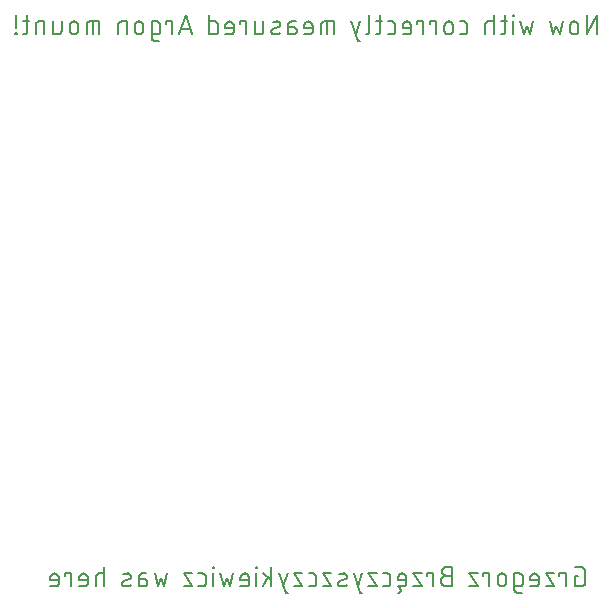
<source format=gbr>
G04 EAGLE Gerber RS-274X export*
G75*
%MOMM*%
%FSLAX34Y34*%
%LPD*%
%INSilkscreen Bottom*%
%IPPOS*%
%AMOC8*
5,1,8,0,0,1.08239X$1,22.5*%
G01*
%ADD10C,0.152400*%


D10*
X892076Y329833D02*
X889367Y329833D01*
X889367Y320802D01*
X894786Y320802D01*
X894904Y320804D01*
X895022Y320810D01*
X895140Y320819D01*
X895257Y320833D01*
X895374Y320850D01*
X895491Y320871D01*
X895606Y320896D01*
X895721Y320925D01*
X895835Y320958D01*
X895947Y320994D01*
X896058Y321034D01*
X896168Y321077D01*
X896277Y321124D01*
X896384Y321174D01*
X896489Y321229D01*
X896592Y321286D01*
X896693Y321347D01*
X896793Y321411D01*
X896890Y321478D01*
X896985Y321548D01*
X897077Y321622D01*
X897168Y321698D01*
X897255Y321778D01*
X897340Y321860D01*
X897422Y321945D01*
X897502Y322032D01*
X897578Y322123D01*
X897652Y322215D01*
X897722Y322310D01*
X897789Y322407D01*
X897853Y322507D01*
X897914Y322608D01*
X897971Y322711D01*
X898026Y322816D01*
X898076Y322923D01*
X898123Y323032D01*
X898166Y323142D01*
X898206Y323253D01*
X898242Y323365D01*
X898275Y323479D01*
X898304Y323594D01*
X898329Y323709D01*
X898350Y323826D01*
X898367Y323943D01*
X898381Y324060D01*
X898390Y324178D01*
X898396Y324296D01*
X898398Y324414D01*
X898398Y333446D01*
X898396Y333564D01*
X898390Y333682D01*
X898381Y333800D01*
X898367Y333917D01*
X898350Y334034D01*
X898329Y334151D01*
X898304Y334266D01*
X898275Y334381D01*
X898242Y334495D01*
X898206Y334607D01*
X898166Y334718D01*
X898123Y334828D01*
X898076Y334937D01*
X898026Y335044D01*
X897971Y335149D01*
X897914Y335252D01*
X897853Y335353D01*
X897789Y335453D01*
X897722Y335550D01*
X897652Y335645D01*
X897578Y335737D01*
X897502Y335828D01*
X897422Y335915D01*
X897340Y336000D01*
X897255Y336082D01*
X897168Y336162D01*
X897077Y336238D01*
X896985Y336312D01*
X896890Y336382D01*
X896793Y336449D01*
X896693Y336513D01*
X896592Y336574D01*
X896489Y336631D01*
X896384Y336686D01*
X896277Y336736D01*
X896168Y336783D01*
X896058Y336826D01*
X895947Y336866D01*
X895835Y336902D01*
X895721Y336935D01*
X895606Y336964D01*
X895491Y336989D01*
X895374Y337010D01*
X895257Y337027D01*
X895140Y337041D01*
X895022Y337050D01*
X894904Y337056D01*
X894786Y337058D01*
X889367Y337058D01*
X881779Y331639D02*
X881779Y320802D01*
X881779Y331639D02*
X876360Y331639D01*
X876360Y329833D01*
X871964Y331639D02*
X864739Y331639D01*
X871964Y320802D01*
X864739Y320802D01*
X856229Y320802D02*
X851713Y320802D01*
X856229Y320802D02*
X856330Y320804D01*
X856431Y320810D01*
X856532Y320819D01*
X856633Y320832D01*
X856733Y320849D01*
X856832Y320870D01*
X856930Y320894D01*
X857027Y320922D01*
X857124Y320954D01*
X857219Y320989D01*
X857312Y321028D01*
X857404Y321070D01*
X857495Y321116D01*
X857584Y321165D01*
X857670Y321217D01*
X857755Y321273D01*
X857838Y321331D01*
X857918Y321393D01*
X857996Y321458D01*
X858072Y321525D01*
X858145Y321595D01*
X858215Y321668D01*
X858282Y321744D01*
X858347Y321822D01*
X858409Y321902D01*
X858467Y321985D01*
X858523Y322070D01*
X858575Y322157D01*
X858624Y322245D01*
X858670Y322336D01*
X858712Y322428D01*
X858751Y322521D01*
X858786Y322616D01*
X858818Y322713D01*
X858846Y322810D01*
X858870Y322908D01*
X858891Y323007D01*
X858908Y323107D01*
X858921Y323208D01*
X858930Y323309D01*
X858936Y323410D01*
X858938Y323511D01*
X858938Y328027D01*
X858937Y328027D02*
X858935Y328146D01*
X858929Y328266D01*
X858919Y328385D01*
X858905Y328503D01*
X858888Y328622D01*
X858866Y328739D01*
X858841Y328856D01*
X858811Y328971D01*
X858778Y329086D01*
X858741Y329200D01*
X858701Y329312D01*
X858656Y329423D01*
X858608Y329532D01*
X858557Y329640D01*
X858502Y329746D01*
X858443Y329850D01*
X858381Y329952D01*
X858316Y330052D01*
X858247Y330150D01*
X858175Y330246D01*
X858100Y330339D01*
X858023Y330429D01*
X857942Y330517D01*
X857858Y330602D01*
X857771Y330684D01*
X857682Y330764D01*
X857590Y330840D01*
X857496Y330914D01*
X857399Y330984D01*
X857301Y331051D01*
X857200Y331115D01*
X857096Y331175D01*
X856991Y331232D01*
X856884Y331285D01*
X856776Y331335D01*
X856666Y331381D01*
X856554Y331423D01*
X856441Y331462D01*
X856327Y331497D01*
X856212Y331528D01*
X856095Y331556D01*
X855978Y331579D01*
X855861Y331599D01*
X855742Y331615D01*
X855623Y331627D01*
X855504Y331635D01*
X855385Y331639D01*
X855265Y331639D01*
X855146Y331635D01*
X855027Y331627D01*
X854908Y331615D01*
X854789Y331599D01*
X854672Y331579D01*
X854555Y331556D01*
X854438Y331528D01*
X854323Y331497D01*
X854209Y331462D01*
X854096Y331423D01*
X853984Y331381D01*
X853874Y331335D01*
X853766Y331285D01*
X853659Y331232D01*
X853554Y331175D01*
X853450Y331115D01*
X853349Y331051D01*
X853251Y330984D01*
X853154Y330914D01*
X853060Y330840D01*
X852968Y330764D01*
X852879Y330684D01*
X852792Y330602D01*
X852708Y330517D01*
X852627Y330429D01*
X852550Y330339D01*
X852475Y330246D01*
X852403Y330150D01*
X852334Y330052D01*
X852269Y329952D01*
X852207Y329850D01*
X852148Y329746D01*
X852093Y329640D01*
X852042Y329532D01*
X851994Y329423D01*
X851949Y329312D01*
X851909Y329200D01*
X851872Y329086D01*
X851839Y328971D01*
X851809Y328856D01*
X851784Y328739D01*
X851762Y328622D01*
X851745Y328503D01*
X851731Y328385D01*
X851721Y328266D01*
X851715Y328146D01*
X851713Y328027D01*
X851713Y326221D01*
X858938Y326221D01*
X842755Y320802D02*
X838239Y320802D01*
X842755Y320802D02*
X842856Y320804D01*
X842957Y320810D01*
X843058Y320819D01*
X843159Y320832D01*
X843259Y320849D01*
X843358Y320870D01*
X843456Y320894D01*
X843553Y320922D01*
X843650Y320954D01*
X843745Y320989D01*
X843838Y321028D01*
X843930Y321070D01*
X844021Y321116D01*
X844110Y321165D01*
X844196Y321217D01*
X844281Y321273D01*
X844364Y321331D01*
X844444Y321393D01*
X844522Y321458D01*
X844598Y321525D01*
X844671Y321595D01*
X844741Y321668D01*
X844808Y321744D01*
X844873Y321822D01*
X844935Y321902D01*
X844993Y321985D01*
X845049Y322070D01*
X845101Y322157D01*
X845150Y322245D01*
X845196Y322336D01*
X845238Y322428D01*
X845277Y322521D01*
X845312Y322616D01*
X845344Y322713D01*
X845372Y322810D01*
X845396Y322908D01*
X845417Y323007D01*
X845434Y323107D01*
X845447Y323208D01*
X845456Y323309D01*
X845462Y323410D01*
X845464Y323511D01*
X845464Y328930D01*
X845462Y329031D01*
X845456Y329132D01*
X845447Y329233D01*
X845434Y329334D01*
X845417Y329434D01*
X845396Y329533D01*
X845372Y329631D01*
X845344Y329728D01*
X845312Y329825D01*
X845277Y329920D01*
X845238Y330013D01*
X845196Y330105D01*
X845150Y330196D01*
X845101Y330285D01*
X845049Y330371D01*
X844993Y330456D01*
X844935Y330539D01*
X844873Y330619D01*
X844808Y330697D01*
X844741Y330773D01*
X844671Y330846D01*
X844598Y330916D01*
X844522Y330983D01*
X844444Y331048D01*
X844364Y331110D01*
X844281Y331168D01*
X844196Y331224D01*
X844110Y331276D01*
X844021Y331325D01*
X843930Y331371D01*
X843838Y331413D01*
X843745Y331452D01*
X843650Y331487D01*
X843553Y331519D01*
X843456Y331547D01*
X843358Y331571D01*
X843259Y331592D01*
X843159Y331609D01*
X843058Y331622D01*
X842957Y331631D01*
X842856Y331637D01*
X842755Y331639D01*
X838239Y331639D01*
X838239Y318093D01*
X838240Y318093D02*
X838242Y317992D01*
X838248Y317891D01*
X838257Y317790D01*
X838270Y317689D01*
X838287Y317589D01*
X838308Y317490D01*
X838332Y317392D01*
X838360Y317295D01*
X838392Y317198D01*
X838427Y317103D01*
X838466Y317010D01*
X838508Y316918D01*
X838554Y316827D01*
X838603Y316739D01*
X838655Y316652D01*
X838711Y316567D01*
X838769Y316484D01*
X838831Y316404D01*
X838896Y316326D01*
X838963Y316250D01*
X839033Y316177D01*
X839106Y316107D01*
X839182Y316040D01*
X839260Y315975D01*
X839340Y315913D01*
X839423Y315855D01*
X839508Y315799D01*
X839595Y315747D01*
X839683Y315698D01*
X839774Y315652D01*
X839866Y315610D01*
X839959Y315571D01*
X840054Y315536D01*
X840151Y315504D01*
X840248Y315476D01*
X840346Y315452D01*
X840445Y315431D01*
X840545Y315414D01*
X840646Y315401D01*
X840747Y315392D01*
X840848Y315386D01*
X840949Y315384D01*
X840949Y315383D02*
X844561Y315383D01*
X831323Y324414D02*
X831323Y328027D01*
X831322Y328027D02*
X831320Y328146D01*
X831314Y328266D01*
X831304Y328385D01*
X831290Y328503D01*
X831273Y328622D01*
X831251Y328739D01*
X831226Y328856D01*
X831196Y328971D01*
X831163Y329086D01*
X831126Y329200D01*
X831086Y329312D01*
X831041Y329423D01*
X830993Y329532D01*
X830942Y329640D01*
X830887Y329746D01*
X830828Y329850D01*
X830766Y329952D01*
X830701Y330052D01*
X830632Y330150D01*
X830560Y330246D01*
X830485Y330339D01*
X830408Y330429D01*
X830327Y330517D01*
X830243Y330602D01*
X830156Y330684D01*
X830067Y330764D01*
X829975Y330840D01*
X829881Y330914D01*
X829784Y330984D01*
X829686Y331051D01*
X829585Y331115D01*
X829481Y331175D01*
X829376Y331232D01*
X829269Y331285D01*
X829161Y331335D01*
X829051Y331381D01*
X828939Y331423D01*
X828826Y331462D01*
X828712Y331497D01*
X828597Y331528D01*
X828480Y331556D01*
X828363Y331579D01*
X828246Y331599D01*
X828127Y331615D01*
X828008Y331627D01*
X827889Y331635D01*
X827770Y331639D01*
X827650Y331639D01*
X827531Y331635D01*
X827412Y331627D01*
X827293Y331615D01*
X827174Y331599D01*
X827057Y331579D01*
X826940Y331556D01*
X826823Y331528D01*
X826708Y331497D01*
X826594Y331462D01*
X826481Y331423D01*
X826369Y331381D01*
X826259Y331335D01*
X826151Y331285D01*
X826044Y331232D01*
X825939Y331175D01*
X825835Y331115D01*
X825734Y331051D01*
X825636Y330984D01*
X825539Y330914D01*
X825445Y330840D01*
X825353Y330764D01*
X825264Y330684D01*
X825177Y330602D01*
X825093Y330517D01*
X825012Y330429D01*
X824935Y330339D01*
X824860Y330246D01*
X824788Y330150D01*
X824719Y330052D01*
X824654Y329952D01*
X824592Y329850D01*
X824533Y329746D01*
X824478Y329640D01*
X824427Y329532D01*
X824379Y329423D01*
X824334Y329312D01*
X824294Y329200D01*
X824257Y329086D01*
X824224Y328971D01*
X824194Y328856D01*
X824169Y328739D01*
X824147Y328622D01*
X824130Y328503D01*
X824116Y328385D01*
X824106Y328266D01*
X824100Y328146D01*
X824098Y328027D01*
X824098Y324414D01*
X824100Y324295D01*
X824106Y324175D01*
X824116Y324056D01*
X824130Y323938D01*
X824147Y323819D01*
X824169Y323702D01*
X824194Y323585D01*
X824224Y323470D01*
X824257Y323355D01*
X824294Y323241D01*
X824334Y323129D01*
X824379Y323018D01*
X824427Y322909D01*
X824478Y322801D01*
X824533Y322695D01*
X824592Y322591D01*
X824654Y322489D01*
X824719Y322389D01*
X824788Y322291D01*
X824860Y322195D01*
X824935Y322102D01*
X825012Y322012D01*
X825093Y321924D01*
X825177Y321839D01*
X825264Y321757D01*
X825353Y321677D01*
X825445Y321601D01*
X825539Y321527D01*
X825636Y321457D01*
X825734Y321390D01*
X825835Y321326D01*
X825939Y321266D01*
X826044Y321209D01*
X826151Y321156D01*
X826259Y321106D01*
X826369Y321060D01*
X826481Y321018D01*
X826594Y320979D01*
X826708Y320944D01*
X826823Y320913D01*
X826940Y320885D01*
X827057Y320862D01*
X827174Y320842D01*
X827293Y320826D01*
X827412Y320814D01*
X827531Y320806D01*
X827650Y320802D01*
X827770Y320802D01*
X827889Y320806D01*
X828008Y320814D01*
X828127Y320826D01*
X828246Y320842D01*
X828363Y320862D01*
X828480Y320885D01*
X828597Y320913D01*
X828712Y320944D01*
X828826Y320979D01*
X828939Y321018D01*
X829051Y321060D01*
X829161Y321106D01*
X829269Y321156D01*
X829376Y321209D01*
X829481Y321266D01*
X829585Y321326D01*
X829686Y321390D01*
X829784Y321457D01*
X829881Y321527D01*
X829975Y321601D01*
X830067Y321677D01*
X830156Y321757D01*
X830243Y321839D01*
X830327Y321924D01*
X830408Y322012D01*
X830485Y322102D01*
X830560Y322195D01*
X830632Y322291D01*
X830701Y322389D01*
X830766Y322489D01*
X830828Y322591D01*
X830887Y322695D01*
X830942Y322801D01*
X830993Y322909D01*
X831041Y323018D01*
X831086Y323129D01*
X831126Y323241D01*
X831163Y323355D01*
X831196Y323470D01*
X831226Y323585D01*
X831251Y323702D01*
X831273Y323819D01*
X831290Y323938D01*
X831304Y324056D01*
X831314Y324175D01*
X831320Y324295D01*
X831322Y324414D01*
X817170Y320802D02*
X817170Y331639D01*
X811751Y331639D01*
X811751Y329833D01*
X807355Y331639D02*
X800130Y331639D01*
X807355Y320802D01*
X800130Y320802D01*
X785121Y329833D02*
X780606Y329833D01*
X780606Y329834D02*
X780473Y329832D01*
X780341Y329826D01*
X780209Y329816D01*
X780077Y329803D01*
X779945Y329785D01*
X779815Y329764D01*
X779684Y329739D01*
X779555Y329710D01*
X779427Y329677D01*
X779299Y329641D01*
X779173Y329601D01*
X779048Y329557D01*
X778924Y329509D01*
X778802Y329458D01*
X778681Y329403D01*
X778562Y329345D01*
X778444Y329283D01*
X778329Y329218D01*
X778215Y329149D01*
X778104Y329078D01*
X777995Y329002D01*
X777888Y328924D01*
X777783Y328843D01*
X777681Y328758D01*
X777581Y328671D01*
X777484Y328581D01*
X777389Y328488D01*
X777298Y328392D01*
X777209Y328294D01*
X777123Y328193D01*
X777040Y328089D01*
X776960Y327983D01*
X776884Y327875D01*
X776810Y327765D01*
X776740Y327652D01*
X776673Y327538D01*
X776610Y327421D01*
X776550Y327303D01*
X776493Y327183D01*
X776440Y327061D01*
X776391Y326938D01*
X776345Y326814D01*
X776303Y326688D01*
X776265Y326561D01*
X776230Y326433D01*
X776199Y326304D01*
X776172Y326175D01*
X776149Y326044D01*
X776129Y325913D01*
X776114Y325781D01*
X776102Y325649D01*
X776094Y325517D01*
X776090Y325384D01*
X776090Y325252D01*
X776094Y325119D01*
X776102Y324987D01*
X776114Y324855D01*
X776129Y324723D01*
X776149Y324592D01*
X776172Y324461D01*
X776199Y324332D01*
X776230Y324203D01*
X776265Y324075D01*
X776303Y323948D01*
X776345Y323822D01*
X776391Y323698D01*
X776440Y323575D01*
X776493Y323453D01*
X776550Y323333D01*
X776610Y323215D01*
X776673Y323098D01*
X776740Y322984D01*
X776810Y322871D01*
X776884Y322761D01*
X776960Y322653D01*
X777040Y322547D01*
X777123Y322443D01*
X777209Y322342D01*
X777298Y322244D01*
X777389Y322148D01*
X777484Y322055D01*
X777581Y321965D01*
X777681Y321878D01*
X777783Y321793D01*
X777888Y321712D01*
X777995Y321634D01*
X778104Y321558D01*
X778215Y321487D01*
X778329Y321418D01*
X778444Y321353D01*
X778562Y321291D01*
X778681Y321233D01*
X778802Y321178D01*
X778924Y321127D01*
X779048Y321079D01*
X779173Y321035D01*
X779299Y320995D01*
X779427Y320959D01*
X779555Y320926D01*
X779684Y320897D01*
X779815Y320872D01*
X779945Y320851D01*
X780077Y320833D01*
X780209Y320820D01*
X780341Y320810D01*
X780473Y320804D01*
X780606Y320802D01*
X785121Y320802D01*
X785121Y337058D01*
X780606Y337058D01*
X780487Y337056D01*
X780367Y337050D01*
X780248Y337040D01*
X780130Y337026D01*
X780011Y337009D01*
X779894Y336987D01*
X779777Y336962D01*
X779662Y336932D01*
X779547Y336899D01*
X779433Y336862D01*
X779321Y336822D01*
X779210Y336777D01*
X779101Y336729D01*
X778993Y336678D01*
X778887Y336623D01*
X778783Y336564D01*
X778681Y336502D01*
X778581Y336437D01*
X778483Y336368D01*
X778387Y336296D01*
X778294Y336221D01*
X778204Y336144D01*
X778116Y336063D01*
X778031Y335979D01*
X777949Y335892D01*
X777869Y335803D01*
X777793Y335711D01*
X777719Y335617D01*
X777649Y335520D01*
X777582Y335422D01*
X777518Y335321D01*
X777458Y335217D01*
X777401Y335112D01*
X777348Y335005D01*
X777298Y334897D01*
X777252Y334787D01*
X777210Y334675D01*
X777171Y334562D01*
X777136Y334448D01*
X777105Y334333D01*
X777077Y334216D01*
X777054Y334099D01*
X777034Y333982D01*
X777018Y333863D01*
X777006Y333744D01*
X776998Y333625D01*
X776994Y333506D01*
X776994Y333386D01*
X776998Y333267D01*
X777006Y333148D01*
X777018Y333029D01*
X777034Y332910D01*
X777054Y332793D01*
X777077Y332676D01*
X777105Y332559D01*
X777136Y332444D01*
X777171Y332330D01*
X777210Y332217D01*
X777252Y332105D01*
X777298Y331995D01*
X777348Y331887D01*
X777401Y331780D01*
X777458Y331675D01*
X777518Y331571D01*
X777582Y331470D01*
X777649Y331372D01*
X777719Y331275D01*
X777793Y331181D01*
X777869Y331089D01*
X777949Y331000D01*
X778031Y330913D01*
X778116Y330829D01*
X778204Y330748D01*
X778294Y330671D01*
X778387Y330596D01*
X778483Y330524D01*
X778581Y330455D01*
X778681Y330390D01*
X778783Y330328D01*
X778887Y330269D01*
X778993Y330214D01*
X779101Y330163D01*
X779210Y330115D01*
X779321Y330070D01*
X779433Y330030D01*
X779547Y329993D01*
X779662Y329960D01*
X779777Y329930D01*
X779894Y329905D01*
X780011Y329883D01*
X780130Y329866D01*
X780248Y329852D01*
X780367Y329842D01*
X780487Y329836D01*
X780606Y329834D01*
X769755Y331639D02*
X769755Y320802D01*
X769755Y331639D02*
X764336Y331639D01*
X764336Y329833D01*
X759940Y331639D02*
X752715Y331639D01*
X759940Y320802D01*
X752715Y320802D01*
X740141Y315383D02*
X739689Y315383D01*
X740141Y315384D02*
X740230Y315386D01*
X740319Y315392D01*
X740408Y315401D01*
X740496Y315415D01*
X740583Y315432D01*
X740670Y315453D01*
X740756Y315478D01*
X740840Y315506D01*
X740923Y315538D01*
X741005Y315574D01*
X741085Y315613D01*
X741164Y315656D01*
X741240Y315702D01*
X741314Y315751D01*
X741387Y315803D01*
X741456Y315859D01*
X741524Y315917D01*
X741589Y315978D01*
X741651Y316042D01*
X741710Y316109D01*
X741766Y316178D01*
X741819Y316250D01*
X741870Y316323D01*
X741916Y316399D01*
X741960Y316477D01*
X742000Y316557D01*
X742037Y316638D01*
X742070Y316721D01*
X742099Y316805D01*
X742125Y316890D01*
X742147Y316977D01*
X742166Y317064D01*
X742180Y317152D01*
X742191Y317240D01*
X742198Y317329D01*
X742201Y317418D01*
X742200Y317507D01*
X742195Y317597D01*
X742187Y317685D01*
X742174Y317774D01*
X742158Y317861D01*
X742138Y317948D01*
X742115Y318034D01*
X742087Y318119D01*
X742056Y318203D01*
X742022Y318285D01*
X741983Y318365D01*
X741942Y318444D01*
X741897Y318521D01*
X741849Y318596D01*
X741797Y318669D01*
X741743Y318739D01*
X741685Y318808D01*
X741625Y318873D01*
X741561Y318936D01*
X741496Y318996D01*
X739689Y320802D01*
X744205Y320802D01*
X744306Y320804D01*
X744407Y320810D01*
X744508Y320819D01*
X744609Y320832D01*
X744709Y320849D01*
X744808Y320870D01*
X744906Y320894D01*
X745003Y320922D01*
X745100Y320954D01*
X745195Y320989D01*
X745288Y321028D01*
X745380Y321070D01*
X745471Y321116D01*
X745560Y321165D01*
X745646Y321217D01*
X745731Y321273D01*
X745814Y321331D01*
X745894Y321393D01*
X745972Y321458D01*
X746048Y321525D01*
X746121Y321595D01*
X746191Y321668D01*
X746258Y321744D01*
X746323Y321822D01*
X746385Y321902D01*
X746443Y321985D01*
X746499Y322070D01*
X746551Y322157D01*
X746600Y322245D01*
X746646Y322336D01*
X746688Y322428D01*
X746727Y322521D01*
X746762Y322616D01*
X746794Y322713D01*
X746822Y322810D01*
X746846Y322908D01*
X746867Y323007D01*
X746884Y323107D01*
X746897Y323208D01*
X746906Y323309D01*
X746912Y323410D01*
X746914Y323511D01*
X746914Y328027D01*
X746912Y328146D01*
X746906Y328266D01*
X746896Y328385D01*
X746882Y328503D01*
X746865Y328622D01*
X746843Y328739D01*
X746818Y328856D01*
X746788Y328971D01*
X746755Y329086D01*
X746718Y329200D01*
X746678Y329312D01*
X746633Y329423D01*
X746585Y329532D01*
X746534Y329640D01*
X746479Y329746D01*
X746420Y329850D01*
X746358Y329952D01*
X746293Y330052D01*
X746224Y330150D01*
X746152Y330246D01*
X746077Y330339D01*
X746000Y330429D01*
X745919Y330517D01*
X745835Y330602D01*
X745748Y330684D01*
X745659Y330764D01*
X745567Y330840D01*
X745473Y330914D01*
X745376Y330984D01*
X745278Y331051D01*
X745177Y331115D01*
X745073Y331175D01*
X744968Y331232D01*
X744861Y331285D01*
X744753Y331335D01*
X744643Y331381D01*
X744531Y331423D01*
X744418Y331462D01*
X744304Y331497D01*
X744189Y331528D01*
X744072Y331556D01*
X743955Y331579D01*
X743838Y331599D01*
X743719Y331615D01*
X743600Y331627D01*
X743481Y331635D01*
X743362Y331639D01*
X743242Y331639D01*
X743123Y331635D01*
X743004Y331627D01*
X742885Y331615D01*
X742766Y331599D01*
X742649Y331579D01*
X742532Y331556D01*
X742415Y331528D01*
X742300Y331497D01*
X742186Y331462D01*
X742073Y331423D01*
X741961Y331381D01*
X741851Y331335D01*
X741743Y331285D01*
X741636Y331232D01*
X741531Y331175D01*
X741427Y331115D01*
X741326Y331051D01*
X741228Y330984D01*
X741131Y330914D01*
X741037Y330840D01*
X740945Y330764D01*
X740856Y330684D01*
X740769Y330602D01*
X740685Y330517D01*
X740604Y330429D01*
X740527Y330339D01*
X740452Y330246D01*
X740380Y330150D01*
X740311Y330052D01*
X740246Y329952D01*
X740184Y329850D01*
X740125Y329746D01*
X740070Y329640D01*
X740019Y329532D01*
X739971Y329423D01*
X739926Y329312D01*
X739886Y329200D01*
X739849Y329086D01*
X739816Y328971D01*
X739786Y328856D01*
X739761Y328739D01*
X739739Y328622D01*
X739722Y328503D01*
X739708Y328385D01*
X739698Y328266D01*
X739692Y328146D01*
X739690Y328027D01*
X739689Y328027D02*
X739689Y326221D01*
X746914Y326221D01*
X730640Y320802D02*
X727028Y320802D01*
X730640Y320802D02*
X730741Y320804D01*
X730842Y320810D01*
X730943Y320819D01*
X731044Y320832D01*
X731144Y320849D01*
X731243Y320870D01*
X731341Y320894D01*
X731438Y320922D01*
X731535Y320954D01*
X731630Y320989D01*
X731723Y321028D01*
X731815Y321070D01*
X731906Y321116D01*
X731995Y321165D01*
X732081Y321217D01*
X732166Y321273D01*
X732249Y321331D01*
X732329Y321393D01*
X732407Y321458D01*
X732483Y321525D01*
X732556Y321595D01*
X732626Y321668D01*
X732693Y321744D01*
X732758Y321822D01*
X732820Y321902D01*
X732878Y321985D01*
X732934Y322070D01*
X732986Y322157D01*
X733035Y322245D01*
X733081Y322336D01*
X733123Y322428D01*
X733162Y322521D01*
X733197Y322616D01*
X733229Y322713D01*
X733257Y322810D01*
X733281Y322908D01*
X733302Y323007D01*
X733319Y323107D01*
X733332Y323208D01*
X733341Y323309D01*
X733347Y323410D01*
X733349Y323511D01*
X733350Y323511D02*
X733350Y328930D01*
X733349Y328930D02*
X733347Y329031D01*
X733341Y329132D01*
X733332Y329233D01*
X733319Y329334D01*
X733302Y329434D01*
X733281Y329533D01*
X733257Y329631D01*
X733229Y329728D01*
X733197Y329825D01*
X733162Y329920D01*
X733123Y330013D01*
X733081Y330105D01*
X733035Y330196D01*
X732986Y330285D01*
X732934Y330371D01*
X732878Y330456D01*
X732820Y330539D01*
X732758Y330619D01*
X732693Y330697D01*
X732626Y330773D01*
X732556Y330846D01*
X732483Y330916D01*
X732407Y330983D01*
X732329Y331048D01*
X732249Y331110D01*
X732166Y331168D01*
X732081Y331224D01*
X731995Y331276D01*
X731906Y331325D01*
X731815Y331371D01*
X731723Y331413D01*
X731630Y331452D01*
X731535Y331487D01*
X731438Y331519D01*
X731341Y331547D01*
X731243Y331571D01*
X731144Y331592D01*
X731044Y331609D01*
X730943Y331622D01*
X730842Y331631D01*
X730741Y331637D01*
X730640Y331639D01*
X727028Y331639D01*
X721904Y331639D02*
X714679Y331639D01*
X721904Y320802D01*
X714679Y320802D01*
X709399Y315383D02*
X707593Y315383D01*
X702174Y331639D01*
X709399Y331639D02*
X705787Y320802D01*
X695019Y327124D02*
X690503Y325318D01*
X695019Y327124D02*
X695107Y327161D01*
X695193Y327202D01*
X695278Y327246D01*
X695361Y327294D01*
X695441Y327345D01*
X695520Y327399D01*
X695596Y327457D01*
X695670Y327517D01*
X695742Y327581D01*
X695810Y327647D01*
X695876Y327717D01*
X695939Y327788D01*
X696000Y327863D01*
X696057Y327939D01*
X696110Y328018D01*
X696161Y328099D01*
X696208Y328182D01*
X696252Y328267D01*
X696292Y328354D01*
X696329Y328442D01*
X696362Y328532D01*
X696392Y328623D01*
X696417Y328715D01*
X696439Y328808D01*
X696457Y328902D01*
X696472Y328996D01*
X696482Y329091D01*
X696488Y329187D01*
X696491Y329282D01*
X696490Y329378D01*
X696484Y329473D01*
X696475Y329569D01*
X696462Y329663D01*
X696446Y329757D01*
X696425Y329851D01*
X696400Y329943D01*
X696372Y330034D01*
X696340Y330124D01*
X696305Y330213D01*
X696266Y330300D01*
X696223Y330386D01*
X696177Y330470D01*
X696127Y330551D01*
X696075Y330631D01*
X696019Y330709D01*
X695959Y330784D01*
X695897Y330856D01*
X695832Y330926D01*
X695764Y330994D01*
X695694Y331058D01*
X695621Y331120D01*
X695545Y331178D01*
X695467Y331234D01*
X695387Y331286D01*
X695305Y331335D01*
X695221Y331380D01*
X695135Y331422D01*
X695048Y331461D01*
X694959Y331496D01*
X694868Y331527D01*
X694777Y331554D01*
X694684Y331578D01*
X694591Y331598D01*
X694497Y331614D01*
X694402Y331626D01*
X694307Y331635D01*
X694211Y331639D01*
X694116Y331640D01*
X693869Y331633D01*
X693623Y331621D01*
X693377Y331603D01*
X693131Y331578D01*
X692887Y331548D01*
X692643Y331512D01*
X692400Y331471D01*
X692158Y331423D01*
X691917Y331369D01*
X691678Y331310D01*
X691440Y331245D01*
X691204Y331174D01*
X690969Y331098D01*
X690736Y331016D01*
X690506Y330928D01*
X690278Y330835D01*
X690051Y330737D01*
X690503Y325317D02*
X690415Y325280D01*
X690329Y325239D01*
X690244Y325195D01*
X690161Y325147D01*
X690081Y325096D01*
X690002Y325042D01*
X689926Y324984D01*
X689852Y324924D01*
X689780Y324860D01*
X689712Y324794D01*
X689646Y324724D01*
X689583Y324653D01*
X689522Y324578D01*
X689465Y324502D01*
X689412Y324423D01*
X689361Y324342D01*
X689314Y324259D01*
X689270Y324174D01*
X689230Y324087D01*
X689193Y323999D01*
X689160Y323909D01*
X689130Y323818D01*
X689105Y323726D01*
X689083Y323633D01*
X689065Y323539D01*
X689050Y323445D01*
X689040Y323350D01*
X689034Y323254D01*
X689031Y323159D01*
X689032Y323063D01*
X689038Y322968D01*
X689047Y322872D01*
X689060Y322778D01*
X689076Y322684D01*
X689097Y322590D01*
X689122Y322498D01*
X689150Y322407D01*
X689182Y322317D01*
X689217Y322228D01*
X689256Y322141D01*
X689299Y322055D01*
X689345Y321971D01*
X689395Y321890D01*
X689447Y321810D01*
X689503Y321732D01*
X689563Y321657D01*
X689625Y321585D01*
X689690Y321515D01*
X689758Y321447D01*
X689828Y321383D01*
X689901Y321321D01*
X689977Y321263D01*
X690055Y321207D01*
X690135Y321155D01*
X690217Y321106D01*
X690301Y321061D01*
X690387Y321019D01*
X690474Y320980D01*
X690563Y320945D01*
X690654Y320914D01*
X690745Y320887D01*
X690838Y320863D01*
X690931Y320843D01*
X691025Y320827D01*
X691120Y320815D01*
X691215Y320806D01*
X691311Y320802D01*
X691406Y320801D01*
X691407Y320802D02*
X691769Y320811D01*
X692131Y320829D01*
X692492Y320856D01*
X692852Y320891D01*
X693212Y320934D01*
X693571Y320986D01*
X693928Y321047D01*
X694283Y321116D01*
X694637Y321193D01*
X694989Y321279D01*
X695339Y321373D01*
X695687Y321476D01*
X696032Y321586D01*
X696374Y321705D01*
X683347Y331639D02*
X676122Y331639D01*
X683347Y320802D01*
X676122Y320802D01*
X667594Y320802D02*
X663982Y320802D01*
X667594Y320802D02*
X667695Y320804D01*
X667796Y320810D01*
X667897Y320819D01*
X667998Y320832D01*
X668098Y320849D01*
X668197Y320870D01*
X668295Y320894D01*
X668392Y320922D01*
X668489Y320954D01*
X668584Y320989D01*
X668677Y321028D01*
X668769Y321070D01*
X668860Y321116D01*
X668949Y321165D01*
X669035Y321217D01*
X669120Y321273D01*
X669203Y321331D01*
X669283Y321393D01*
X669361Y321458D01*
X669437Y321525D01*
X669510Y321595D01*
X669580Y321668D01*
X669647Y321744D01*
X669712Y321822D01*
X669774Y321902D01*
X669832Y321985D01*
X669888Y322070D01*
X669940Y322157D01*
X669989Y322245D01*
X670035Y322336D01*
X670077Y322428D01*
X670116Y322521D01*
X670151Y322616D01*
X670183Y322713D01*
X670211Y322810D01*
X670235Y322908D01*
X670256Y323007D01*
X670273Y323107D01*
X670286Y323208D01*
X670295Y323309D01*
X670301Y323410D01*
X670303Y323511D01*
X670304Y323511D02*
X670304Y328930D01*
X670303Y328930D02*
X670301Y329031D01*
X670295Y329132D01*
X670286Y329233D01*
X670273Y329334D01*
X670256Y329434D01*
X670235Y329533D01*
X670211Y329631D01*
X670183Y329728D01*
X670151Y329825D01*
X670116Y329920D01*
X670077Y330013D01*
X670035Y330105D01*
X669989Y330196D01*
X669940Y330285D01*
X669888Y330371D01*
X669832Y330456D01*
X669774Y330539D01*
X669712Y330619D01*
X669647Y330697D01*
X669580Y330773D01*
X669510Y330846D01*
X669437Y330916D01*
X669361Y330983D01*
X669283Y331048D01*
X669203Y331110D01*
X669120Y331168D01*
X669035Y331224D01*
X668949Y331276D01*
X668860Y331325D01*
X668769Y331371D01*
X668677Y331413D01*
X668584Y331452D01*
X668489Y331487D01*
X668392Y331519D01*
X668295Y331547D01*
X668197Y331571D01*
X668098Y331592D01*
X667998Y331609D01*
X667897Y331622D01*
X667796Y331631D01*
X667695Y331637D01*
X667594Y331639D01*
X663982Y331639D01*
X658858Y331639D02*
X651634Y331639D01*
X658858Y320802D01*
X651634Y320802D01*
X646354Y315383D02*
X644547Y315383D01*
X639129Y331639D01*
X646354Y331639D02*
X642741Y320802D01*
X632638Y320802D02*
X632638Y337058D01*
X625413Y331639D02*
X632638Y326221D01*
X629477Y328478D02*
X625413Y320802D01*
X619815Y320802D02*
X619815Y331639D01*
X620267Y336155D02*
X620267Y337058D01*
X619364Y337058D01*
X619364Y336155D01*
X620267Y336155D01*
X610819Y320802D02*
X606303Y320802D01*
X610819Y320802D02*
X610920Y320804D01*
X611021Y320810D01*
X611122Y320819D01*
X611223Y320832D01*
X611323Y320849D01*
X611422Y320870D01*
X611520Y320894D01*
X611617Y320922D01*
X611714Y320954D01*
X611809Y320989D01*
X611902Y321028D01*
X611994Y321070D01*
X612085Y321116D01*
X612174Y321165D01*
X612260Y321217D01*
X612345Y321273D01*
X612428Y321331D01*
X612508Y321393D01*
X612586Y321458D01*
X612662Y321525D01*
X612735Y321595D01*
X612805Y321668D01*
X612872Y321744D01*
X612937Y321822D01*
X612999Y321902D01*
X613057Y321985D01*
X613113Y322070D01*
X613165Y322157D01*
X613214Y322245D01*
X613260Y322336D01*
X613302Y322428D01*
X613341Y322521D01*
X613376Y322616D01*
X613408Y322713D01*
X613436Y322810D01*
X613460Y322908D01*
X613481Y323007D01*
X613498Y323107D01*
X613511Y323208D01*
X613520Y323309D01*
X613526Y323410D01*
X613528Y323511D01*
X613528Y328027D01*
X613526Y328146D01*
X613520Y328266D01*
X613510Y328385D01*
X613496Y328503D01*
X613479Y328622D01*
X613457Y328739D01*
X613432Y328856D01*
X613402Y328971D01*
X613369Y329086D01*
X613332Y329200D01*
X613292Y329312D01*
X613247Y329423D01*
X613199Y329532D01*
X613148Y329640D01*
X613093Y329746D01*
X613034Y329850D01*
X612972Y329952D01*
X612907Y330052D01*
X612838Y330150D01*
X612766Y330246D01*
X612691Y330339D01*
X612614Y330429D01*
X612533Y330517D01*
X612449Y330602D01*
X612362Y330684D01*
X612273Y330764D01*
X612181Y330840D01*
X612087Y330914D01*
X611990Y330984D01*
X611892Y331051D01*
X611791Y331115D01*
X611687Y331175D01*
X611582Y331232D01*
X611475Y331285D01*
X611367Y331335D01*
X611257Y331381D01*
X611145Y331423D01*
X611032Y331462D01*
X610918Y331497D01*
X610803Y331528D01*
X610686Y331556D01*
X610569Y331579D01*
X610452Y331599D01*
X610333Y331615D01*
X610214Y331627D01*
X610095Y331635D01*
X609976Y331639D01*
X609856Y331639D01*
X609737Y331635D01*
X609618Y331627D01*
X609499Y331615D01*
X609380Y331599D01*
X609263Y331579D01*
X609146Y331556D01*
X609029Y331528D01*
X608914Y331497D01*
X608800Y331462D01*
X608687Y331423D01*
X608575Y331381D01*
X608465Y331335D01*
X608357Y331285D01*
X608250Y331232D01*
X608145Y331175D01*
X608041Y331115D01*
X607940Y331051D01*
X607842Y330984D01*
X607745Y330914D01*
X607651Y330840D01*
X607559Y330764D01*
X607470Y330684D01*
X607383Y330602D01*
X607299Y330517D01*
X607218Y330429D01*
X607141Y330339D01*
X607066Y330246D01*
X606994Y330150D01*
X606925Y330052D01*
X606860Y329952D01*
X606798Y329850D01*
X606739Y329746D01*
X606684Y329640D01*
X606633Y329532D01*
X606585Y329423D01*
X606540Y329312D01*
X606500Y329200D01*
X606463Y329086D01*
X606430Y328971D01*
X606400Y328856D01*
X606375Y328739D01*
X606353Y328622D01*
X606336Y328503D01*
X606322Y328385D01*
X606312Y328266D01*
X606306Y328146D01*
X606304Y328027D01*
X606303Y328027D02*
X606303Y326221D01*
X613528Y326221D01*
X600224Y331639D02*
X597515Y320802D01*
X594805Y328027D01*
X592096Y320802D01*
X589387Y331639D01*
X583342Y331639D02*
X583342Y320802D01*
X583794Y336155D02*
X583794Y337058D01*
X582891Y337058D01*
X582891Y336155D01*
X583794Y336155D01*
X574328Y320802D02*
X570716Y320802D01*
X574328Y320802D02*
X574429Y320804D01*
X574530Y320810D01*
X574631Y320819D01*
X574732Y320832D01*
X574832Y320849D01*
X574931Y320870D01*
X575029Y320894D01*
X575126Y320922D01*
X575223Y320954D01*
X575318Y320989D01*
X575411Y321028D01*
X575503Y321070D01*
X575594Y321116D01*
X575683Y321165D01*
X575769Y321217D01*
X575854Y321273D01*
X575937Y321331D01*
X576017Y321393D01*
X576095Y321458D01*
X576171Y321525D01*
X576244Y321595D01*
X576314Y321668D01*
X576381Y321744D01*
X576446Y321822D01*
X576508Y321902D01*
X576566Y321985D01*
X576622Y322070D01*
X576674Y322157D01*
X576723Y322245D01*
X576769Y322336D01*
X576811Y322428D01*
X576850Y322521D01*
X576885Y322616D01*
X576917Y322713D01*
X576945Y322810D01*
X576969Y322908D01*
X576990Y323007D01*
X577007Y323107D01*
X577020Y323208D01*
X577029Y323309D01*
X577035Y323410D01*
X577037Y323511D01*
X577038Y323511D02*
X577038Y328930D01*
X577037Y328930D02*
X577035Y329031D01*
X577029Y329132D01*
X577020Y329233D01*
X577007Y329334D01*
X576990Y329434D01*
X576969Y329533D01*
X576945Y329631D01*
X576917Y329728D01*
X576885Y329825D01*
X576850Y329920D01*
X576811Y330013D01*
X576769Y330105D01*
X576723Y330196D01*
X576674Y330285D01*
X576622Y330371D01*
X576566Y330456D01*
X576508Y330539D01*
X576446Y330619D01*
X576381Y330697D01*
X576314Y330773D01*
X576244Y330846D01*
X576171Y330916D01*
X576095Y330983D01*
X576017Y331048D01*
X575937Y331110D01*
X575854Y331168D01*
X575769Y331224D01*
X575683Y331276D01*
X575594Y331325D01*
X575503Y331371D01*
X575411Y331413D01*
X575318Y331452D01*
X575223Y331487D01*
X575126Y331519D01*
X575029Y331547D01*
X574931Y331571D01*
X574832Y331592D01*
X574732Y331609D01*
X574631Y331622D01*
X574530Y331631D01*
X574429Y331637D01*
X574328Y331639D01*
X570716Y331639D01*
X565592Y331639D02*
X558367Y331639D01*
X565592Y320802D01*
X558367Y320802D01*
X541763Y320802D02*
X544473Y331639D01*
X539054Y328027D02*
X541763Y320802D01*
X536345Y320802D02*
X539054Y328027D01*
X533635Y331639D02*
X536345Y320802D01*
X524469Y327124D02*
X520405Y327124D01*
X524469Y327124D02*
X524581Y327122D01*
X524692Y327116D01*
X524803Y327106D01*
X524914Y327093D01*
X525024Y327075D01*
X525133Y327053D01*
X525242Y327028D01*
X525350Y326999D01*
X525456Y326966D01*
X525562Y326929D01*
X525666Y326889D01*
X525768Y326845D01*
X525869Y326797D01*
X525968Y326746D01*
X526066Y326691D01*
X526161Y326633D01*
X526254Y326572D01*
X526345Y326507D01*
X526434Y326439D01*
X526520Y326368D01*
X526603Y326295D01*
X526684Y326218D01*
X526763Y326138D01*
X526838Y326056D01*
X526910Y325971D01*
X526980Y325884D01*
X527046Y325794D01*
X527109Y325702D01*
X527169Y325607D01*
X527225Y325511D01*
X527278Y325413D01*
X527327Y325313D01*
X527373Y325211D01*
X527415Y325108D01*
X527454Y325003D01*
X527489Y324897D01*
X527520Y324790D01*
X527547Y324682D01*
X527571Y324573D01*
X527590Y324463D01*
X527606Y324353D01*
X527618Y324242D01*
X527626Y324130D01*
X527630Y324019D01*
X527630Y323907D01*
X527626Y323796D01*
X527618Y323684D01*
X527606Y323573D01*
X527590Y323463D01*
X527571Y323353D01*
X527547Y323244D01*
X527520Y323136D01*
X527489Y323029D01*
X527454Y322923D01*
X527415Y322818D01*
X527373Y322715D01*
X527327Y322613D01*
X527278Y322513D01*
X527225Y322415D01*
X527169Y322319D01*
X527109Y322224D01*
X527046Y322132D01*
X526980Y322042D01*
X526910Y321955D01*
X526838Y321870D01*
X526763Y321788D01*
X526684Y321708D01*
X526603Y321631D01*
X526520Y321558D01*
X526434Y321487D01*
X526345Y321419D01*
X526254Y321354D01*
X526161Y321293D01*
X526066Y321235D01*
X525968Y321180D01*
X525869Y321129D01*
X525768Y321081D01*
X525666Y321037D01*
X525562Y320997D01*
X525456Y320960D01*
X525350Y320927D01*
X525242Y320898D01*
X525133Y320873D01*
X525024Y320851D01*
X524914Y320833D01*
X524803Y320820D01*
X524692Y320810D01*
X524581Y320804D01*
X524469Y320802D01*
X520405Y320802D01*
X520405Y328930D01*
X520407Y329031D01*
X520413Y329132D01*
X520422Y329233D01*
X520435Y329334D01*
X520452Y329434D01*
X520473Y329533D01*
X520497Y329631D01*
X520525Y329728D01*
X520557Y329825D01*
X520592Y329920D01*
X520631Y330013D01*
X520673Y330105D01*
X520719Y330196D01*
X520768Y330285D01*
X520820Y330371D01*
X520876Y330456D01*
X520934Y330539D01*
X520996Y330619D01*
X521061Y330697D01*
X521128Y330773D01*
X521198Y330846D01*
X521271Y330916D01*
X521347Y330983D01*
X521425Y331048D01*
X521505Y331110D01*
X521588Y331168D01*
X521673Y331224D01*
X521760Y331276D01*
X521848Y331325D01*
X521939Y331371D01*
X522031Y331413D01*
X522124Y331452D01*
X522219Y331487D01*
X522316Y331519D01*
X522413Y331547D01*
X522511Y331571D01*
X522610Y331592D01*
X522710Y331609D01*
X522811Y331622D01*
X522912Y331631D01*
X523013Y331637D01*
X523114Y331639D01*
X526726Y331639D01*
X512134Y327124D02*
X507618Y325318D01*
X512134Y327124D02*
X512222Y327161D01*
X512308Y327202D01*
X512393Y327246D01*
X512476Y327294D01*
X512556Y327345D01*
X512635Y327399D01*
X512711Y327457D01*
X512785Y327517D01*
X512857Y327581D01*
X512925Y327647D01*
X512991Y327717D01*
X513054Y327788D01*
X513115Y327863D01*
X513172Y327939D01*
X513225Y328018D01*
X513276Y328099D01*
X513323Y328182D01*
X513367Y328267D01*
X513407Y328354D01*
X513444Y328442D01*
X513477Y328532D01*
X513507Y328623D01*
X513532Y328715D01*
X513554Y328808D01*
X513572Y328902D01*
X513587Y328996D01*
X513597Y329091D01*
X513603Y329187D01*
X513606Y329282D01*
X513605Y329378D01*
X513599Y329473D01*
X513590Y329569D01*
X513577Y329663D01*
X513561Y329757D01*
X513540Y329851D01*
X513515Y329943D01*
X513487Y330034D01*
X513455Y330124D01*
X513420Y330213D01*
X513381Y330300D01*
X513338Y330386D01*
X513292Y330470D01*
X513242Y330551D01*
X513190Y330631D01*
X513134Y330709D01*
X513074Y330784D01*
X513012Y330856D01*
X512947Y330926D01*
X512879Y330994D01*
X512809Y331058D01*
X512736Y331120D01*
X512660Y331178D01*
X512582Y331234D01*
X512502Y331286D01*
X512420Y331335D01*
X512336Y331380D01*
X512250Y331422D01*
X512163Y331461D01*
X512074Y331496D01*
X511983Y331527D01*
X511892Y331554D01*
X511799Y331578D01*
X511706Y331598D01*
X511612Y331614D01*
X511517Y331626D01*
X511422Y331635D01*
X511326Y331639D01*
X511231Y331640D01*
X510984Y331633D01*
X510738Y331621D01*
X510492Y331603D01*
X510246Y331578D01*
X510002Y331548D01*
X509758Y331512D01*
X509515Y331471D01*
X509273Y331423D01*
X509032Y331369D01*
X508793Y331310D01*
X508555Y331245D01*
X508319Y331174D01*
X508084Y331098D01*
X507851Y331016D01*
X507621Y330928D01*
X507393Y330835D01*
X507166Y330737D01*
X507618Y325317D02*
X507530Y325280D01*
X507444Y325239D01*
X507359Y325195D01*
X507276Y325147D01*
X507196Y325096D01*
X507117Y325042D01*
X507041Y324984D01*
X506967Y324924D01*
X506895Y324860D01*
X506827Y324794D01*
X506761Y324724D01*
X506698Y324653D01*
X506637Y324578D01*
X506580Y324502D01*
X506527Y324423D01*
X506476Y324342D01*
X506429Y324259D01*
X506385Y324174D01*
X506345Y324087D01*
X506308Y323999D01*
X506275Y323909D01*
X506245Y323818D01*
X506220Y323726D01*
X506198Y323633D01*
X506180Y323539D01*
X506165Y323445D01*
X506155Y323350D01*
X506149Y323254D01*
X506146Y323159D01*
X506147Y323063D01*
X506153Y322968D01*
X506162Y322872D01*
X506175Y322778D01*
X506191Y322684D01*
X506212Y322590D01*
X506237Y322498D01*
X506265Y322407D01*
X506297Y322317D01*
X506332Y322228D01*
X506371Y322141D01*
X506414Y322055D01*
X506460Y321971D01*
X506510Y321890D01*
X506562Y321810D01*
X506618Y321732D01*
X506678Y321657D01*
X506740Y321585D01*
X506805Y321515D01*
X506873Y321447D01*
X506943Y321383D01*
X507016Y321321D01*
X507092Y321263D01*
X507170Y321207D01*
X507250Y321155D01*
X507332Y321106D01*
X507416Y321061D01*
X507502Y321019D01*
X507589Y320980D01*
X507678Y320945D01*
X507769Y320914D01*
X507860Y320887D01*
X507953Y320863D01*
X508046Y320843D01*
X508140Y320827D01*
X508235Y320815D01*
X508330Y320806D01*
X508426Y320802D01*
X508521Y320801D01*
X508521Y320802D02*
X508883Y320811D01*
X509245Y320829D01*
X509606Y320856D01*
X509966Y320891D01*
X510326Y320934D01*
X510685Y320986D01*
X511042Y321047D01*
X511397Y321116D01*
X511751Y321193D01*
X512103Y321279D01*
X512453Y321373D01*
X512801Y321476D01*
X513146Y321586D01*
X513488Y321705D01*
X491083Y320802D02*
X491083Y337058D01*
X491083Y331639D02*
X486568Y331639D01*
X486464Y331637D01*
X486361Y331631D01*
X486257Y331621D01*
X486154Y331607D01*
X486052Y331589D01*
X485951Y331568D01*
X485850Y331542D01*
X485751Y331513D01*
X485652Y331480D01*
X485555Y331443D01*
X485460Y331402D01*
X485366Y331358D01*
X485274Y331310D01*
X485184Y331259D01*
X485095Y331204D01*
X485009Y331146D01*
X484926Y331084D01*
X484844Y331020D01*
X484766Y330952D01*
X484690Y330882D01*
X484616Y330809D01*
X484546Y330732D01*
X484478Y330654D01*
X484414Y330572D01*
X484352Y330489D01*
X484294Y330403D01*
X484239Y330314D01*
X484188Y330224D01*
X484140Y330132D01*
X484096Y330038D01*
X484055Y329943D01*
X484018Y329846D01*
X483985Y329747D01*
X483956Y329648D01*
X483930Y329547D01*
X483909Y329446D01*
X483891Y329344D01*
X483877Y329241D01*
X483867Y329137D01*
X483861Y329034D01*
X483859Y328930D01*
X483859Y320802D01*
X474306Y320802D02*
X469791Y320802D01*
X474306Y320802D02*
X474407Y320804D01*
X474508Y320810D01*
X474609Y320819D01*
X474710Y320832D01*
X474810Y320849D01*
X474909Y320870D01*
X475007Y320894D01*
X475104Y320922D01*
X475201Y320954D01*
X475296Y320989D01*
X475389Y321028D01*
X475481Y321070D01*
X475572Y321116D01*
X475661Y321165D01*
X475747Y321217D01*
X475832Y321273D01*
X475915Y321331D01*
X475995Y321393D01*
X476073Y321458D01*
X476149Y321525D01*
X476222Y321595D01*
X476292Y321668D01*
X476359Y321744D01*
X476424Y321822D01*
X476486Y321902D01*
X476544Y321985D01*
X476600Y322070D01*
X476652Y322157D01*
X476701Y322245D01*
X476747Y322336D01*
X476789Y322428D01*
X476828Y322521D01*
X476863Y322616D01*
X476895Y322713D01*
X476923Y322810D01*
X476947Y322908D01*
X476968Y323007D01*
X476985Y323107D01*
X476998Y323208D01*
X477007Y323309D01*
X477013Y323410D01*
X477015Y323511D01*
X477015Y328027D01*
X477013Y328146D01*
X477007Y328266D01*
X476997Y328385D01*
X476983Y328503D01*
X476966Y328622D01*
X476944Y328739D01*
X476919Y328856D01*
X476889Y328971D01*
X476856Y329086D01*
X476819Y329200D01*
X476779Y329312D01*
X476734Y329423D01*
X476686Y329532D01*
X476635Y329640D01*
X476580Y329746D01*
X476521Y329850D01*
X476459Y329952D01*
X476394Y330052D01*
X476325Y330150D01*
X476253Y330246D01*
X476178Y330339D01*
X476101Y330429D01*
X476020Y330517D01*
X475936Y330602D01*
X475849Y330684D01*
X475760Y330764D01*
X475668Y330840D01*
X475574Y330914D01*
X475477Y330984D01*
X475379Y331051D01*
X475278Y331115D01*
X475174Y331175D01*
X475069Y331232D01*
X474962Y331285D01*
X474854Y331335D01*
X474744Y331381D01*
X474632Y331423D01*
X474519Y331462D01*
X474405Y331497D01*
X474290Y331528D01*
X474173Y331556D01*
X474056Y331579D01*
X473939Y331599D01*
X473820Y331615D01*
X473701Y331627D01*
X473582Y331635D01*
X473463Y331639D01*
X473343Y331639D01*
X473224Y331635D01*
X473105Y331627D01*
X472986Y331615D01*
X472867Y331599D01*
X472750Y331579D01*
X472633Y331556D01*
X472516Y331528D01*
X472401Y331497D01*
X472287Y331462D01*
X472174Y331423D01*
X472062Y331381D01*
X471952Y331335D01*
X471844Y331285D01*
X471737Y331232D01*
X471632Y331175D01*
X471528Y331115D01*
X471427Y331051D01*
X471329Y330984D01*
X471232Y330914D01*
X471138Y330840D01*
X471046Y330764D01*
X470957Y330684D01*
X470870Y330602D01*
X470786Y330517D01*
X470705Y330429D01*
X470628Y330339D01*
X470553Y330246D01*
X470481Y330150D01*
X470412Y330052D01*
X470347Y329952D01*
X470285Y329850D01*
X470226Y329746D01*
X470171Y329640D01*
X470120Y329532D01*
X470072Y329423D01*
X470027Y329312D01*
X469987Y329200D01*
X469950Y329086D01*
X469917Y328971D01*
X469887Y328856D01*
X469862Y328739D01*
X469840Y328622D01*
X469823Y328503D01*
X469809Y328385D01*
X469799Y328266D01*
X469793Y328146D01*
X469791Y328027D01*
X469791Y326221D01*
X477015Y326221D01*
X462862Y320802D02*
X462862Y331639D01*
X457444Y331639D01*
X457444Y329833D01*
X449817Y320802D02*
X445302Y320802D01*
X449817Y320802D02*
X449918Y320804D01*
X450019Y320810D01*
X450120Y320819D01*
X450221Y320832D01*
X450321Y320849D01*
X450420Y320870D01*
X450518Y320894D01*
X450615Y320922D01*
X450712Y320954D01*
X450807Y320989D01*
X450900Y321028D01*
X450992Y321070D01*
X451083Y321116D01*
X451172Y321165D01*
X451258Y321217D01*
X451343Y321273D01*
X451426Y321331D01*
X451506Y321393D01*
X451584Y321458D01*
X451660Y321525D01*
X451733Y321595D01*
X451803Y321668D01*
X451870Y321744D01*
X451935Y321822D01*
X451997Y321902D01*
X452055Y321985D01*
X452111Y322070D01*
X452163Y322157D01*
X452212Y322245D01*
X452258Y322336D01*
X452300Y322428D01*
X452339Y322521D01*
X452374Y322616D01*
X452406Y322713D01*
X452434Y322810D01*
X452458Y322908D01*
X452479Y323007D01*
X452496Y323107D01*
X452509Y323208D01*
X452518Y323309D01*
X452524Y323410D01*
X452526Y323511D01*
X452526Y328027D01*
X452524Y328146D01*
X452518Y328266D01*
X452508Y328385D01*
X452494Y328503D01*
X452477Y328622D01*
X452455Y328739D01*
X452430Y328856D01*
X452400Y328971D01*
X452367Y329086D01*
X452330Y329200D01*
X452290Y329312D01*
X452245Y329423D01*
X452197Y329532D01*
X452146Y329640D01*
X452091Y329746D01*
X452032Y329850D01*
X451970Y329952D01*
X451905Y330052D01*
X451836Y330150D01*
X451764Y330246D01*
X451689Y330339D01*
X451612Y330429D01*
X451531Y330517D01*
X451447Y330602D01*
X451360Y330684D01*
X451271Y330764D01*
X451179Y330840D01*
X451085Y330914D01*
X450988Y330984D01*
X450890Y331051D01*
X450789Y331115D01*
X450685Y331175D01*
X450580Y331232D01*
X450473Y331285D01*
X450365Y331335D01*
X450255Y331381D01*
X450143Y331423D01*
X450030Y331462D01*
X449916Y331497D01*
X449801Y331528D01*
X449684Y331556D01*
X449567Y331579D01*
X449450Y331599D01*
X449331Y331615D01*
X449212Y331627D01*
X449093Y331635D01*
X448974Y331639D01*
X448854Y331639D01*
X448735Y331635D01*
X448616Y331627D01*
X448497Y331615D01*
X448378Y331599D01*
X448261Y331579D01*
X448144Y331556D01*
X448027Y331528D01*
X447912Y331497D01*
X447798Y331462D01*
X447685Y331423D01*
X447573Y331381D01*
X447463Y331335D01*
X447355Y331285D01*
X447248Y331232D01*
X447143Y331175D01*
X447039Y331115D01*
X446938Y331051D01*
X446840Y330984D01*
X446743Y330914D01*
X446649Y330840D01*
X446557Y330764D01*
X446468Y330684D01*
X446381Y330602D01*
X446297Y330517D01*
X446216Y330429D01*
X446139Y330339D01*
X446064Y330246D01*
X445992Y330150D01*
X445923Y330052D01*
X445858Y329952D01*
X445796Y329850D01*
X445737Y329746D01*
X445682Y329640D01*
X445631Y329532D01*
X445583Y329423D01*
X445538Y329312D01*
X445498Y329200D01*
X445461Y329086D01*
X445428Y328971D01*
X445398Y328856D01*
X445373Y328739D01*
X445351Y328622D01*
X445334Y328503D01*
X445320Y328385D01*
X445310Y328266D01*
X445304Y328146D01*
X445302Y328027D01*
X445302Y326221D01*
X452526Y326221D01*
X908558Y788162D02*
X908558Y804418D01*
X899527Y788162D01*
X899527Y804418D01*
X892545Y795387D02*
X892545Y791774D01*
X892544Y795387D02*
X892542Y795506D01*
X892536Y795626D01*
X892526Y795745D01*
X892512Y795863D01*
X892495Y795982D01*
X892473Y796099D01*
X892448Y796216D01*
X892418Y796331D01*
X892385Y796446D01*
X892348Y796560D01*
X892308Y796672D01*
X892263Y796783D01*
X892215Y796892D01*
X892164Y797000D01*
X892109Y797106D01*
X892050Y797210D01*
X891988Y797312D01*
X891923Y797412D01*
X891854Y797510D01*
X891782Y797606D01*
X891707Y797699D01*
X891630Y797789D01*
X891549Y797877D01*
X891465Y797962D01*
X891378Y798044D01*
X891289Y798124D01*
X891197Y798200D01*
X891103Y798274D01*
X891006Y798344D01*
X890908Y798411D01*
X890807Y798475D01*
X890703Y798535D01*
X890598Y798592D01*
X890491Y798645D01*
X890383Y798695D01*
X890273Y798741D01*
X890161Y798783D01*
X890048Y798822D01*
X889934Y798857D01*
X889819Y798888D01*
X889702Y798916D01*
X889585Y798939D01*
X889468Y798959D01*
X889349Y798975D01*
X889230Y798987D01*
X889111Y798995D01*
X888992Y798999D01*
X888872Y798999D01*
X888753Y798995D01*
X888634Y798987D01*
X888515Y798975D01*
X888396Y798959D01*
X888279Y798939D01*
X888162Y798916D01*
X888045Y798888D01*
X887930Y798857D01*
X887816Y798822D01*
X887703Y798783D01*
X887591Y798741D01*
X887481Y798695D01*
X887373Y798645D01*
X887266Y798592D01*
X887161Y798535D01*
X887057Y798475D01*
X886956Y798411D01*
X886858Y798344D01*
X886761Y798274D01*
X886667Y798200D01*
X886575Y798124D01*
X886486Y798044D01*
X886399Y797962D01*
X886315Y797877D01*
X886234Y797789D01*
X886157Y797699D01*
X886082Y797606D01*
X886010Y797510D01*
X885941Y797412D01*
X885876Y797312D01*
X885814Y797210D01*
X885755Y797106D01*
X885700Y797000D01*
X885649Y796892D01*
X885601Y796783D01*
X885556Y796672D01*
X885516Y796560D01*
X885479Y796446D01*
X885446Y796331D01*
X885416Y796216D01*
X885391Y796099D01*
X885369Y795982D01*
X885352Y795863D01*
X885338Y795745D01*
X885328Y795626D01*
X885322Y795506D01*
X885320Y795387D01*
X885320Y791774D01*
X885322Y791655D01*
X885328Y791535D01*
X885338Y791416D01*
X885352Y791298D01*
X885369Y791179D01*
X885391Y791062D01*
X885416Y790945D01*
X885446Y790830D01*
X885479Y790715D01*
X885516Y790601D01*
X885556Y790489D01*
X885601Y790378D01*
X885649Y790269D01*
X885700Y790161D01*
X885755Y790055D01*
X885814Y789951D01*
X885876Y789849D01*
X885941Y789749D01*
X886010Y789651D01*
X886082Y789555D01*
X886157Y789462D01*
X886234Y789372D01*
X886315Y789284D01*
X886399Y789199D01*
X886486Y789117D01*
X886575Y789037D01*
X886667Y788961D01*
X886761Y788887D01*
X886858Y788817D01*
X886956Y788750D01*
X887057Y788686D01*
X887161Y788626D01*
X887266Y788569D01*
X887373Y788516D01*
X887481Y788466D01*
X887591Y788420D01*
X887703Y788378D01*
X887816Y788339D01*
X887930Y788304D01*
X888045Y788273D01*
X888162Y788245D01*
X888279Y788222D01*
X888396Y788202D01*
X888515Y788186D01*
X888634Y788174D01*
X888753Y788166D01*
X888872Y788162D01*
X888992Y788162D01*
X889111Y788166D01*
X889230Y788174D01*
X889349Y788186D01*
X889468Y788202D01*
X889585Y788222D01*
X889702Y788245D01*
X889819Y788273D01*
X889934Y788304D01*
X890048Y788339D01*
X890161Y788378D01*
X890273Y788420D01*
X890383Y788466D01*
X890491Y788516D01*
X890598Y788569D01*
X890703Y788626D01*
X890807Y788686D01*
X890908Y788750D01*
X891006Y788817D01*
X891103Y788887D01*
X891197Y788961D01*
X891289Y789037D01*
X891378Y789117D01*
X891465Y789199D01*
X891549Y789284D01*
X891630Y789372D01*
X891707Y789462D01*
X891782Y789555D01*
X891854Y789651D01*
X891923Y789749D01*
X891988Y789849D01*
X892050Y789951D01*
X892109Y790055D01*
X892164Y790161D01*
X892215Y790269D01*
X892263Y790378D01*
X892308Y790489D01*
X892348Y790601D01*
X892385Y790715D01*
X892418Y790830D01*
X892448Y790945D01*
X892473Y791062D01*
X892495Y791179D01*
X892512Y791298D01*
X892526Y791416D01*
X892536Y791535D01*
X892542Y791655D01*
X892544Y791774D01*
X879241Y798999D02*
X876531Y788162D01*
X873822Y795387D01*
X871113Y788162D01*
X868403Y798999D01*
X854231Y798999D02*
X851521Y788162D01*
X848812Y795387D01*
X846103Y788162D01*
X843393Y798999D01*
X837349Y798999D02*
X837349Y788162D01*
X837801Y803515D02*
X837801Y804418D01*
X836898Y804418D01*
X836898Y803515D01*
X837801Y803515D01*
X832359Y798999D02*
X826941Y798999D01*
X830553Y804418D02*
X830553Y790871D01*
X830551Y790770D01*
X830545Y790669D01*
X830536Y790568D01*
X830523Y790467D01*
X830506Y790367D01*
X830485Y790268D01*
X830461Y790170D01*
X830433Y790073D01*
X830401Y789976D01*
X830366Y789881D01*
X830327Y789788D01*
X830285Y789696D01*
X830239Y789605D01*
X830190Y789517D01*
X830138Y789430D01*
X830082Y789345D01*
X830024Y789262D01*
X829962Y789182D01*
X829897Y789104D01*
X829830Y789028D01*
X829760Y788955D01*
X829687Y788885D01*
X829611Y788818D01*
X829533Y788753D01*
X829453Y788691D01*
X829370Y788633D01*
X829285Y788577D01*
X829199Y788525D01*
X829110Y788476D01*
X829019Y788430D01*
X828927Y788388D01*
X828834Y788349D01*
X828739Y788314D01*
X828642Y788282D01*
X828545Y788254D01*
X828447Y788230D01*
X828348Y788209D01*
X828248Y788192D01*
X828147Y788179D01*
X828046Y788170D01*
X827945Y788164D01*
X827844Y788162D01*
X826941Y788162D01*
X820641Y788162D02*
X820641Y804418D01*
X820641Y798999D02*
X816126Y798999D01*
X816022Y798997D01*
X815919Y798991D01*
X815815Y798981D01*
X815712Y798967D01*
X815610Y798949D01*
X815509Y798928D01*
X815408Y798902D01*
X815309Y798873D01*
X815210Y798840D01*
X815113Y798803D01*
X815018Y798762D01*
X814924Y798718D01*
X814832Y798670D01*
X814742Y798619D01*
X814653Y798564D01*
X814567Y798506D01*
X814484Y798444D01*
X814402Y798380D01*
X814324Y798312D01*
X814248Y798242D01*
X814174Y798169D01*
X814104Y798092D01*
X814036Y798014D01*
X813972Y797932D01*
X813910Y797849D01*
X813852Y797763D01*
X813797Y797674D01*
X813746Y797584D01*
X813698Y797492D01*
X813654Y797398D01*
X813613Y797303D01*
X813576Y797206D01*
X813543Y797107D01*
X813514Y797008D01*
X813488Y796907D01*
X813467Y796806D01*
X813449Y796704D01*
X813435Y796601D01*
X813425Y796497D01*
X813419Y796394D01*
X813417Y796290D01*
X813416Y796290D02*
X813416Y788162D01*
X795510Y788162D02*
X791897Y788162D01*
X795510Y788162D02*
X795611Y788164D01*
X795712Y788170D01*
X795813Y788179D01*
X795914Y788192D01*
X796014Y788209D01*
X796113Y788230D01*
X796211Y788254D01*
X796308Y788282D01*
X796405Y788314D01*
X796500Y788349D01*
X796593Y788388D01*
X796685Y788430D01*
X796776Y788476D01*
X796865Y788525D01*
X796951Y788577D01*
X797036Y788633D01*
X797119Y788691D01*
X797199Y788753D01*
X797277Y788818D01*
X797353Y788885D01*
X797426Y788955D01*
X797496Y789028D01*
X797563Y789104D01*
X797628Y789182D01*
X797690Y789262D01*
X797748Y789345D01*
X797804Y789430D01*
X797856Y789517D01*
X797905Y789605D01*
X797951Y789696D01*
X797993Y789788D01*
X798032Y789881D01*
X798067Y789976D01*
X798099Y790073D01*
X798127Y790170D01*
X798151Y790268D01*
X798172Y790367D01*
X798189Y790467D01*
X798202Y790568D01*
X798211Y790669D01*
X798217Y790770D01*
X798219Y790871D01*
X798219Y796290D01*
X798217Y796391D01*
X798211Y796492D01*
X798202Y796593D01*
X798189Y796694D01*
X798172Y796794D01*
X798151Y796893D01*
X798127Y796991D01*
X798099Y797088D01*
X798067Y797185D01*
X798032Y797280D01*
X797993Y797373D01*
X797951Y797465D01*
X797905Y797556D01*
X797856Y797645D01*
X797804Y797731D01*
X797748Y797816D01*
X797690Y797899D01*
X797628Y797979D01*
X797563Y798057D01*
X797496Y798133D01*
X797426Y798206D01*
X797353Y798276D01*
X797277Y798343D01*
X797199Y798408D01*
X797119Y798470D01*
X797036Y798528D01*
X796951Y798584D01*
X796865Y798636D01*
X796776Y798685D01*
X796685Y798731D01*
X796593Y798773D01*
X796500Y798812D01*
X796405Y798847D01*
X796308Y798879D01*
X796211Y798907D01*
X796113Y798931D01*
X796014Y798952D01*
X795914Y798969D01*
X795813Y798982D01*
X795712Y798991D01*
X795611Y798997D01*
X795510Y798999D01*
X791897Y798999D01*
X786252Y795387D02*
X786252Y791774D01*
X786252Y795387D02*
X786250Y795506D01*
X786244Y795626D01*
X786234Y795745D01*
X786220Y795863D01*
X786203Y795982D01*
X786181Y796099D01*
X786156Y796216D01*
X786126Y796331D01*
X786093Y796446D01*
X786056Y796560D01*
X786016Y796672D01*
X785971Y796783D01*
X785923Y796892D01*
X785872Y797000D01*
X785817Y797106D01*
X785758Y797210D01*
X785696Y797312D01*
X785631Y797412D01*
X785562Y797510D01*
X785490Y797606D01*
X785415Y797699D01*
X785338Y797789D01*
X785257Y797877D01*
X785173Y797962D01*
X785086Y798044D01*
X784997Y798124D01*
X784905Y798200D01*
X784811Y798274D01*
X784714Y798344D01*
X784616Y798411D01*
X784515Y798475D01*
X784411Y798535D01*
X784306Y798592D01*
X784199Y798645D01*
X784091Y798695D01*
X783981Y798741D01*
X783869Y798783D01*
X783756Y798822D01*
X783642Y798857D01*
X783527Y798888D01*
X783410Y798916D01*
X783293Y798939D01*
X783176Y798959D01*
X783057Y798975D01*
X782938Y798987D01*
X782819Y798995D01*
X782700Y798999D01*
X782580Y798999D01*
X782461Y798995D01*
X782342Y798987D01*
X782223Y798975D01*
X782104Y798959D01*
X781987Y798939D01*
X781870Y798916D01*
X781753Y798888D01*
X781638Y798857D01*
X781524Y798822D01*
X781411Y798783D01*
X781299Y798741D01*
X781189Y798695D01*
X781081Y798645D01*
X780974Y798592D01*
X780869Y798535D01*
X780765Y798475D01*
X780664Y798411D01*
X780566Y798344D01*
X780469Y798274D01*
X780375Y798200D01*
X780283Y798124D01*
X780194Y798044D01*
X780107Y797962D01*
X780023Y797877D01*
X779942Y797789D01*
X779865Y797699D01*
X779790Y797606D01*
X779718Y797510D01*
X779649Y797412D01*
X779584Y797312D01*
X779522Y797210D01*
X779463Y797106D01*
X779408Y797000D01*
X779357Y796892D01*
X779309Y796783D01*
X779264Y796672D01*
X779224Y796560D01*
X779187Y796446D01*
X779154Y796331D01*
X779124Y796216D01*
X779099Y796099D01*
X779077Y795982D01*
X779060Y795863D01*
X779046Y795745D01*
X779036Y795626D01*
X779030Y795506D01*
X779028Y795387D01*
X779028Y791774D01*
X779030Y791655D01*
X779036Y791535D01*
X779046Y791416D01*
X779060Y791298D01*
X779077Y791179D01*
X779099Y791062D01*
X779124Y790945D01*
X779154Y790830D01*
X779187Y790715D01*
X779224Y790601D01*
X779264Y790489D01*
X779309Y790378D01*
X779357Y790269D01*
X779408Y790161D01*
X779463Y790055D01*
X779522Y789951D01*
X779584Y789849D01*
X779649Y789749D01*
X779718Y789651D01*
X779790Y789555D01*
X779865Y789462D01*
X779942Y789372D01*
X780023Y789284D01*
X780107Y789199D01*
X780194Y789117D01*
X780283Y789037D01*
X780375Y788961D01*
X780469Y788887D01*
X780566Y788817D01*
X780664Y788750D01*
X780765Y788686D01*
X780869Y788626D01*
X780974Y788569D01*
X781081Y788516D01*
X781189Y788466D01*
X781299Y788420D01*
X781411Y788378D01*
X781524Y788339D01*
X781638Y788304D01*
X781753Y788273D01*
X781870Y788245D01*
X781987Y788222D01*
X782104Y788202D01*
X782223Y788186D01*
X782342Y788174D01*
X782461Y788166D01*
X782580Y788162D01*
X782700Y788162D01*
X782819Y788166D01*
X782938Y788174D01*
X783057Y788186D01*
X783176Y788202D01*
X783293Y788222D01*
X783410Y788245D01*
X783527Y788273D01*
X783642Y788304D01*
X783756Y788339D01*
X783869Y788378D01*
X783981Y788420D01*
X784091Y788466D01*
X784199Y788516D01*
X784306Y788569D01*
X784411Y788626D01*
X784515Y788686D01*
X784616Y788750D01*
X784714Y788817D01*
X784811Y788887D01*
X784905Y788961D01*
X784997Y789037D01*
X785086Y789117D01*
X785173Y789199D01*
X785257Y789284D01*
X785338Y789372D01*
X785415Y789462D01*
X785490Y789555D01*
X785562Y789651D01*
X785631Y789749D01*
X785696Y789849D01*
X785758Y789951D01*
X785817Y790055D01*
X785872Y790161D01*
X785923Y790269D01*
X785971Y790378D01*
X786016Y790489D01*
X786056Y790601D01*
X786093Y790715D01*
X786126Y790830D01*
X786156Y790945D01*
X786181Y791062D01*
X786203Y791179D01*
X786220Y791298D01*
X786234Y791416D01*
X786244Y791535D01*
X786250Y791655D01*
X786252Y791774D01*
X772099Y788162D02*
X772099Y798999D01*
X766681Y798999D01*
X766681Y797193D01*
X761158Y798999D02*
X761158Y788162D01*
X761158Y798999D02*
X755739Y798999D01*
X755739Y797193D01*
X748112Y788162D02*
X743597Y788162D01*
X748112Y788162D02*
X748213Y788164D01*
X748314Y788170D01*
X748415Y788179D01*
X748516Y788192D01*
X748616Y788209D01*
X748715Y788230D01*
X748813Y788254D01*
X748910Y788282D01*
X749007Y788314D01*
X749102Y788349D01*
X749195Y788388D01*
X749287Y788430D01*
X749378Y788476D01*
X749467Y788525D01*
X749553Y788577D01*
X749638Y788633D01*
X749721Y788691D01*
X749801Y788753D01*
X749879Y788818D01*
X749955Y788885D01*
X750028Y788955D01*
X750098Y789028D01*
X750165Y789104D01*
X750230Y789182D01*
X750292Y789262D01*
X750350Y789345D01*
X750406Y789430D01*
X750458Y789517D01*
X750507Y789605D01*
X750553Y789696D01*
X750595Y789788D01*
X750634Y789881D01*
X750669Y789976D01*
X750701Y790073D01*
X750729Y790170D01*
X750753Y790268D01*
X750774Y790367D01*
X750791Y790467D01*
X750804Y790568D01*
X750813Y790669D01*
X750819Y790770D01*
X750821Y790871D01*
X750822Y790871D02*
X750822Y795387D01*
X750821Y795387D02*
X750819Y795506D01*
X750813Y795626D01*
X750803Y795745D01*
X750789Y795863D01*
X750772Y795982D01*
X750750Y796099D01*
X750725Y796216D01*
X750695Y796331D01*
X750662Y796446D01*
X750625Y796560D01*
X750585Y796672D01*
X750540Y796783D01*
X750492Y796892D01*
X750441Y797000D01*
X750386Y797106D01*
X750327Y797210D01*
X750265Y797312D01*
X750200Y797412D01*
X750131Y797510D01*
X750059Y797606D01*
X749984Y797699D01*
X749907Y797789D01*
X749826Y797877D01*
X749742Y797962D01*
X749655Y798044D01*
X749566Y798124D01*
X749474Y798200D01*
X749380Y798274D01*
X749283Y798344D01*
X749185Y798411D01*
X749084Y798475D01*
X748980Y798535D01*
X748875Y798592D01*
X748768Y798645D01*
X748660Y798695D01*
X748550Y798741D01*
X748438Y798783D01*
X748325Y798822D01*
X748211Y798857D01*
X748096Y798888D01*
X747979Y798916D01*
X747862Y798939D01*
X747745Y798959D01*
X747626Y798975D01*
X747507Y798987D01*
X747388Y798995D01*
X747269Y798999D01*
X747149Y798999D01*
X747030Y798995D01*
X746911Y798987D01*
X746792Y798975D01*
X746673Y798959D01*
X746556Y798939D01*
X746439Y798916D01*
X746322Y798888D01*
X746207Y798857D01*
X746093Y798822D01*
X745980Y798783D01*
X745868Y798741D01*
X745758Y798695D01*
X745650Y798645D01*
X745543Y798592D01*
X745438Y798535D01*
X745334Y798475D01*
X745233Y798411D01*
X745135Y798344D01*
X745038Y798274D01*
X744944Y798200D01*
X744852Y798124D01*
X744763Y798044D01*
X744676Y797962D01*
X744592Y797877D01*
X744511Y797789D01*
X744434Y797699D01*
X744359Y797606D01*
X744287Y797510D01*
X744218Y797412D01*
X744153Y797312D01*
X744091Y797210D01*
X744032Y797106D01*
X743977Y797000D01*
X743926Y796892D01*
X743878Y796783D01*
X743833Y796672D01*
X743793Y796560D01*
X743756Y796446D01*
X743723Y796331D01*
X743693Y796216D01*
X743668Y796099D01*
X743646Y795982D01*
X743629Y795863D01*
X743615Y795745D01*
X743605Y795626D01*
X743599Y795506D01*
X743597Y795387D01*
X743597Y793581D01*
X750822Y793581D01*
X734548Y788162D02*
X730935Y788162D01*
X734548Y788162D02*
X734649Y788164D01*
X734750Y788170D01*
X734851Y788179D01*
X734952Y788192D01*
X735052Y788209D01*
X735151Y788230D01*
X735249Y788254D01*
X735346Y788282D01*
X735443Y788314D01*
X735538Y788349D01*
X735631Y788388D01*
X735723Y788430D01*
X735814Y788476D01*
X735903Y788525D01*
X735989Y788577D01*
X736074Y788633D01*
X736157Y788691D01*
X736237Y788753D01*
X736315Y788818D01*
X736391Y788885D01*
X736464Y788955D01*
X736534Y789028D01*
X736601Y789104D01*
X736666Y789182D01*
X736728Y789262D01*
X736786Y789345D01*
X736842Y789430D01*
X736894Y789517D01*
X736943Y789605D01*
X736989Y789696D01*
X737031Y789788D01*
X737070Y789881D01*
X737105Y789976D01*
X737137Y790073D01*
X737165Y790170D01*
X737189Y790268D01*
X737210Y790367D01*
X737227Y790467D01*
X737240Y790568D01*
X737249Y790669D01*
X737255Y790770D01*
X737257Y790871D01*
X737257Y796290D01*
X737255Y796391D01*
X737249Y796492D01*
X737240Y796593D01*
X737227Y796694D01*
X737210Y796794D01*
X737189Y796893D01*
X737165Y796991D01*
X737137Y797088D01*
X737105Y797185D01*
X737070Y797280D01*
X737031Y797373D01*
X736989Y797465D01*
X736943Y797556D01*
X736894Y797645D01*
X736842Y797731D01*
X736786Y797816D01*
X736728Y797899D01*
X736666Y797979D01*
X736601Y798057D01*
X736534Y798133D01*
X736464Y798206D01*
X736391Y798276D01*
X736315Y798343D01*
X736237Y798408D01*
X736157Y798470D01*
X736074Y798528D01*
X735989Y798584D01*
X735903Y798636D01*
X735814Y798685D01*
X735723Y798731D01*
X735631Y798773D01*
X735538Y798812D01*
X735443Y798847D01*
X735346Y798879D01*
X735249Y798907D01*
X735151Y798931D01*
X735052Y798952D01*
X734952Y798969D01*
X734851Y798982D01*
X734750Y798991D01*
X734649Y798997D01*
X734548Y798999D01*
X730935Y798999D01*
X726588Y798999D02*
X721169Y798999D01*
X724782Y804418D02*
X724782Y790871D01*
X724781Y790871D02*
X724779Y790770D01*
X724773Y790669D01*
X724764Y790568D01*
X724751Y790467D01*
X724734Y790367D01*
X724713Y790268D01*
X724689Y790170D01*
X724661Y790073D01*
X724629Y789976D01*
X724594Y789881D01*
X724555Y789788D01*
X724513Y789696D01*
X724467Y789605D01*
X724418Y789517D01*
X724366Y789430D01*
X724310Y789345D01*
X724252Y789262D01*
X724190Y789182D01*
X724125Y789104D01*
X724058Y789028D01*
X723988Y788955D01*
X723915Y788885D01*
X723839Y788818D01*
X723761Y788753D01*
X723681Y788691D01*
X723598Y788633D01*
X723513Y788577D01*
X723427Y788525D01*
X723338Y788476D01*
X723247Y788430D01*
X723155Y788388D01*
X723062Y788349D01*
X722967Y788314D01*
X722870Y788282D01*
X722773Y788254D01*
X722675Y788230D01*
X722576Y788209D01*
X722476Y788192D01*
X722375Y788179D01*
X722274Y788170D01*
X722173Y788164D01*
X722072Y788162D01*
X721169Y788162D01*
X715154Y790871D02*
X715154Y804418D01*
X715154Y790871D02*
X715152Y790770D01*
X715146Y790669D01*
X715137Y790568D01*
X715124Y790467D01*
X715107Y790367D01*
X715086Y790268D01*
X715062Y790170D01*
X715034Y790073D01*
X715002Y789976D01*
X714967Y789881D01*
X714928Y789788D01*
X714886Y789696D01*
X714840Y789605D01*
X714791Y789517D01*
X714739Y789430D01*
X714683Y789345D01*
X714625Y789262D01*
X714563Y789182D01*
X714498Y789104D01*
X714431Y789028D01*
X714361Y788955D01*
X714288Y788885D01*
X714212Y788818D01*
X714134Y788753D01*
X714054Y788691D01*
X713971Y788633D01*
X713886Y788577D01*
X713800Y788525D01*
X713711Y788476D01*
X713620Y788430D01*
X713528Y788388D01*
X713435Y788349D01*
X713340Y788314D01*
X713243Y788282D01*
X713146Y788254D01*
X713048Y788230D01*
X712949Y788209D01*
X712849Y788192D01*
X712748Y788179D01*
X712647Y788170D01*
X712546Y788164D01*
X712445Y788162D01*
X707575Y782743D02*
X705769Y782743D01*
X700350Y798999D01*
X707575Y798999D02*
X703963Y788162D01*
X685414Y788162D02*
X685414Y798999D01*
X677286Y798999D01*
X677185Y798997D01*
X677084Y798991D01*
X676983Y798982D01*
X676882Y798969D01*
X676782Y798952D01*
X676683Y798931D01*
X676585Y798907D01*
X676488Y798879D01*
X676391Y798847D01*
X676296Y798812D01*
X676203Y798773D01*
X676111Y798731D01*
X676020Y798685D01*
X675932Y798636D01*
X675845Y798584D01*
X675760Y798528D01*
X675677Y798470D01*
X675597Y798408D01*
X675519Y798343D01*
X675443Y798276D01*
X675370Y798206D01*
X675300Y798133D01*
X675233Y798057D01*
X675168Y797979D01*
X675106Y797899D01*
X675048Y797816D01*
X674992Y797731D01*
X674940Y797645D01*
X674891Y797556D01*
X674845Y797465D01*
X674803Y797373D01*
X674764Y797280D01*
X674729Y797185D01*
X674697Y797088D01*
X674669Y796991D01*
X674645Y796893D01*
X674624Y796794D01*
X674607Y796694D01*
X674594Y796593D01*
X674585Y796492D01*
X674579Y796391D01*
X674577Y796290D01*
X674576Y796290D02*
X674576Y788162D01*
X679995Y788162D02*
X679995Y798999D01*
X664746Y788162D02*
X660230Y788162D01*
X664746Y788162D02*
X664847Y788164D01*
X664948Y788170D01*
X665049Y788179D01*
X665150Y788192D01*
X665250Y788209D01*
X665349Y788230D01*
X665447Y788254D01*
X665544Y788282D01*
X665641Y788314D01*
X665736Y788349D01*
X665829Y788388D01*
X665921Y788430D01*
X666012Y788476D01*
X666101Y788525D01*
X666187Y788577D01*
X666272Y788633D01*
X666355Y788691D01*
X666435Y788753D01*
X666513Y788818D01*
X666589Y788885D01*
X666662Y788955D01*
X666732Y789028D01*
X666799Y789104D01*
X666864Y789182D01*
X666926Y789262D01*
X666984Y789345D01*
X667040Y789430D01*
X667092Y789517D01*
X667141Y789605D01*
X667187Y789696D01*
X667229Y789788D01*
X667268Y789881D01*
X667303Y789976D01*
X667335Y790073D01*
X667363Y790170D01*
X667387Y790268D01*
X667408Y790367D01*
X667425Y790467D01*
X667438Y790568D01*
X667447Y790669D01*
X667453Y790770D01*
X667455Y790871D01*
X667455Y795387D01*
X667453Y795506D01*
X667447Y795626D01*
X667437Y795745D01*
X667423Y795863D01*
X667406Y795982D01*
X667384Y796099D01*
X667359Y796216D01*
X667329Y796331D01*
X667296Y796446D01*
X667259Y796560D01*
X667219Y796672D01*
X667174Y796783D01*
X667126Y796892D01*
X667075Y797000D01*
X667020Y797106D01*
X666961Y797210D01*
X666899Y797312D01*
X666834Y797412D01*
X666765Y797510D01*
X666693Y797606D01*
X666618Y797699D01*
X666541Y797789D01*
X666460Y797877D01*
X666376Y797962D01*
X666289Y798044D01*
X666200Y798124D01*
X666108Y798200D01*
X666014Y798274D01*
X665917Y798344D01*
X665819Y798411D01*
X665718Y798475D01*
X665614Y798535D01*
X665509Y798592D01*
X665402Y798645D01*
X665294Y798695D01*
X665184Y798741D01*
X665072Y798783D01*
X664959Y798822D01*
X664845Y798857D01*
X664730Y798888D01*
X664613Y798916D01*
X664496Y798939D01*
X664379Y798959D01*
X664260Y798975D01*
X664141Y798987D01*
X664022Y798995D01*
X663903Y798999D01*
X663783Y798999D01*
X663664Y798995D01*
X663545Y798987D01*
X663426Y798975D01*
X663307Y798959D01*
X663190Y798939D01*
X663073Y798916D01*
X662956Y798888D01*
X662841Y798857D01*
X662727Y798822D01*
X662614Y798783D01*
X662502Y798741D01*
X662392Y798695D01*
X662284Y798645D01*
X662177Y798592D01*
X662072Y798535D01*
X661968Y798475D01*
X661867Y798411D01*
X661769Y798344D01*
X661672Y798274D01*
X661578Y798200D01*
X661486Y798124D01*
X661397Y798044D01*
X661310Y797962D01*
X661226Y797877D01*
X661145Y797789D01*
X661068Y797699D01*
X660993Y797606D01*
X660921Y797510D01*
X660852Y797412D01*
X660787Y797312D01*
X660725Y797210D01*
X660666Y797106D01*
X660611Y797000D01*
X660560Y796892D01*
X660512Y796783D01*
X660467Y796672D01*
X660427Y796560D01*
X660390Y796446D01*
X660357Y796331D01*
X660327Y796216D01*
X660302Y796099D01*
X660280Y795982D01*
X660263Y795863D01*
X660249Y795745D01*
X660239Y795626D01*
X660233Y795506D01*
X660231Y795387D01*
X660230Y795387D02*
X660230Y793581D01*
X667455Y793581D01*
X650821Y794484D02*
X646757Y794484D01*
X650821Y794484D02*
X650933Y794482D01*
X651044Y794476D01*
X651155Y794466D01*
X651266Y794453D01*
X651376Y794435D01*
X651485Y794413D01*
X651594Y794388D01*
X651702Y794359D01*
X651808Y794326D01*
X651914Y794289D01*
X652018Y794249D01*
X652120Y794205D01*
X652221Y794157D01*
X652320Y794106D01*
X652418Y794051D01*
X652513Y793993D01*
X652606Y793932D01*
X652697Y793867D01*
X652786Y793799D01*
X652872Y793728D01*
X652955Y793655D01*
X653036Y793578D01*
X653115Y793498D01*
X653190Y793416D01*
X653262Y793331D01*
X653332Y793244D01*
X653398Y793154D01*
X653461Y793062D01*
X653521Y792967D01*
X653577Y792871D01*
X653630Y792773D01*
X653679Y792673D01*
X653725Y792571D01*
X653767Y792468D01*
X653806Y792363D01*
X653841Y792257D01*
X653872Y792150D01*
X653899Y792042D01*
X653923Y791933D01*
X653942Y791823D01*
X653958Y791713D01*
X653970Y791602D01*
X653978Y791490D01*
X653982Y791379D01*
X653982Y791267D01*
X653978Y791156D01*
X653970Y791044D01*
X653958Y790933D01*
X653942Y790823D01*
X653923Y790713D01*
X653899Y790604D01*
X653872Y790496D01*
X653841Y790389D01*
X653806Y790283D01*
X653767Y790178D01*
X653725Y790075D01*
X653679Y789973D01*
X653630Y789873D01*
X653577Y789775D01*
X653521Y789679D01*
X653461Y789584D01*
X653398Y789492D01*
X653332Y789402D01*
X653262Y789315D01*
X653190Y789230D01*
X653115Y789148D01*
X653036Y789068D01*
X652955Y788991D01*
X652872Y788918D01*
X652786Y788847D01*
X652697Y788779D01*
X652606Y788714D01*
X652513Y788653D01*
X652418Y788595D01*
X652320Y788540D01*
X652221Y788489D01*
X652120Y788441D01*
X652018Y788397D01*
X651914Y788357D01*
X651808Y788320D01*
X651702Y788287D01*
X651594Y788258D01*
X651485Y788233D01*
X651376Y788211D01*
X651266Y788193D01*
X651155Y788180D01*
X651044Y788170D01*
X650933Y788164D01*
X650821Y788162D01*
X646757Y788162D01*
X646757Y796290D01*
X646759Y796391D01*
X646765Y796492D01*
X646774Y796593D01*
X646787Y796694D01*
X646804Y796794D01*
X646825Y796893D01*
X646849Y796991D01*
X646877Y797088D01*
X646909Y797185D01*
X646944Y797280D01*
X646983Y797373D01*
X647025Y797465D01*
X647071Y797556D01*
X647120Y797645D01*
X647172Y797731D01*
X647228Y797816D01*
X647286Y797899D01*
X647348Y797979D01*
X647413Y798057D01*
X647480Y798133D01*
X647550Y798206D01*
X647623Y798276D01*
X647699Y798343D01*
X647777Y798408D01*
X647857Y798470D01*
X647940Y798528D01*
X648025Y798584D01*
X648112Y798636D01*
X648200Y798685D01*
X648291Y798731D01*
X648383Y798773D01*
X648476Y798812D01*
X648571Y798847D01*
X648668Y798879D01*
X648765Y798907D01*
X648863Y798931D01*
X648962Y798952D01*
X649062Y798969D01*
X649163Y798982D01*
X649264Y798991D01*
X649365Y798997D01*
X649466Y798999D01*
X653078Y798999D01*
X638485Y794484D02*
X633970Y792678D01*
X638486Y794484D02*
X638574Y794521D01*
X638660Y794562D01*
X638745Y794606D01*
X638828Y794654D01*
X638908Y794705D01*
X638987Y794759D01*
X639063Y794817D01*
X639137Y794877D01*
X639209Y794941D01*
X639277Y795007D01*
X639343Y795077D01*
X639406Y795148D01*
X639467Y795223D01*
X639524Y795299D01*
X639577Y795378D01*
X639628Y795459D01*
X639675Y795542D01*
X639719Y795627D01*
X639759Y795714D01*
X639796Y795802D01*
X639829Y795892D01*
X639859Y795983D01*
X639884Y796075D01*
X639906Y796168D01*
X639924Y796262D01*
X639939Y796356D01*
X639949Y796451D01*
X639955Y796547D01*
X639958Y796642D01*
X639957Y796738D01*
X639951Y796833D01*
X639942Y796929D01*
X639929Y797023D01*
X639913Y797117D01*
X639892Y797211D01*
X639867Y797303D01*
X639839Y797394D01*
X639807Y797484D01*
X639772Y797573D01*
X639733Y797660D01*
X639690Y797746D01*
X639644Y797830D01*
X639594Y797911D01*
X639542Y797991D01*
X639486Y798069D01*
X639426Y798144D01*
X639364Y798216D01*
X639299Y798286D01*
X639231Y798354D01*
X639161Y798418D01*
X639088Y798480D01*
X639012Y798538D01*
X638934Y798594D01*
X638854Y798646D01*
X638772Y798695D01*
X638688Y798740D01*
X638602Y798782D01*
X638515Y798821D01*
X638426Y798856D01*
X638335Y798887D01*
X638244Y798914D01*
X638151Y798938D01*
X638058Y798958D01*
X637964Y798974D01*
X637869Y798986D01*
X637774Y798995D01*
X637678Y798999D01*
X637583Y799000D01*
X637336Y798993D01*
X637090Y798981D01*
X636844Y798963D01*
X636598Y798938D01*
X636354Y798908D01*
X636110Y798872D01*
X635867Y798831D01*
X635625Y798783D01*
X635384Y798729D01*
X635145Y798670D01*
X634907Y798605D01*
X634671Y798534D01*
X634436Y798458D01*
X634203Y798376D01*
X633973Y798288D01*
X633745Y798195D01*
X633518Y798097D01*
X633970Y792677D02*
X633882Y792640D01*
X633796Y792599D01*
X633711Y792555D01*
X633628Y792507D01*
X633548Y792456D01*
X633469Y792402D01*
X633393Y792344D01*
X633319Y792284D01*
X633247Y792220D01*
X633179Y792154D01*
X633113Y792084D01*
X633050Y792013D01*
X632989Y791938D01*
X632932Y791862D01*
X632879Y791783D01*
X632828Y791702D01*
X632781Y791619D01*
X632737Y791534D01*
X632697Y791447D01*
X632660Y791359D01*
X632627Y791269D01*
X632597Y791178D01*
X632572Y791086D01*
X632550Y790993D01*
X632532Y790899D01*
X632517Y790805D01*
X632507Y790710D01*
X632501Y790614D01*
X632498Y790519D01*
X632499Y790423D01*
X632505Y790328D01*
X632514Y790232D01*
X632527Y790138D01*
X632543Y790044D01*
X632564Y789950D01*
X632589Y789858D01*
X632617Y789767D01*
X632649Y789677D01*
X632684Y789588D01*
X632723Y789501D01*
X632766Y789415D01*
X632812Y789331D01*
X632862Y789250D01*
X632914Y789170D01*
X632970Y789092D01*
X633030Y789017D01*
X633092Y788945D01*
X633157Y788875D01*
X633225Y788807D01*
X633295Y788743D01*
X633368Y788681D01*
X633444Y788623D01*
X633522Y788567D01*
X633602Y788515D01*
X633684Y788466D01*
X633768Y788421D01*
X633854Y788379D01*
X633941Y788340D01*
X634030Y788305D01*
X634121Y788274D01*
X634212Y788247D01*
X634305Y788223D01*
X634398Y788203D01*
X634492Y788187D01*
X634587Y788175D01*
X634682Y788166D01*
X634778Y788162D01*
X634873Y788161D01*
X634873Y788162D02*
X635235Y788171D01*
X635597Y788189D01*
X635958Y788216D01*
X636318Y788251D01*
X636678Y788294D01*
X637037Y788346D01*
X637394Y788407D01*
X637749Y788476D01*
X638103Y788553D01*
X638455Y788639D01*
X638805Y788733D01*
X639153Y788836D01*
X639498Y788946D01*
X639840Y789065D01*
X625772Y790871D02*
X625772Y798999D01*
X625772Y790871D02*
X625770Y790770D01*
X625764Y790669D01*
X625755Y790568D01*
X625742Y790467D01*
X625725Y790367D01*
X625704Y790268D01*
X625680Y790170D01*
X625652Y790073D01*
X625620Y789976D01*
X625585Y789881D01*
X625546Y789788D01*
X625504Y789696D01*
X625458Y789605D01*
X625409Y789517D01*
X625357Y789430D01*
X625301Y789345D01*
X625243Y789262D01*
X625181Y789182D01*
X625116Y789104D01*
X625049Y789028D01*
X624979Y788955D01*
X624906Y788885D01*
X624830Y788818D01*
X624752Y788753D01*
X624672Y788691D01*
X624589Y788633D01*
X624504Y788577D01*
X624418Y788525D01*
X624329Y788476D01*
X624238Y788430D01*
X624146Y788388D01*
X624053Y788349D01*
X623958Y788314D01*
X623861Y788282D01*
X623764Y788254D01*
X623666Y788230D01*
X623567Y788209D01*
X623467Y788192D01*
X623366Y788179D01*
X623265Y788170D01*
X623164Y788164D01*
X623063Y788162D01*
X618547Y788162D01*
X618547Y798999D01*
X611098Y798999D02*
X611098Y788162D01*
X611098Y798999D02*
X605679Y798999D01*
X605679Y797193D01*
X598053Y788162D02*
X593537Y788162D01*
X598053Y788162D02*
X598154Y788164D01*
X598255Y788170D01*
X598356Y788179D01*
X598457Y788192D01*
X598557Y788209D01*
X598656Y788230D01*
X598754Y788254D01*
X598851Y788282D01*
X598948Y788314D01*
X599043Y788349D01*
X599136Y788388D01*
X599228Y788430D01*
X599319Y788476D01*
X599408Y788525D01*
X599494Y788577D01*
X599579Y788633D01*
X599662Y788691D01*
X599742Y788753D01*
X599820Y788818D01*
X599896Y788885D01*
X599969Y788955D01*
X600039Y789028D01*
X600106Y789104D01*
X600171Y789182D01*
X600233Y789262D01*
X600291Y789345D01*
X600347Y789430D01*
X600399Y789517D01*
X600448Y789605D01*
X600494Y789696D01*
X600536Y789788D01*
X600575Y789881D01*
X600610Y789976D01*
X600642Y790073D01*
X600670Y790170D01*
X600694Y790268D01*
X600715Y790367D01*
X600732Y790467D01*
X600745Y790568D01*
X600754Y790669D01*
X600760Y790770D01*
X600762Y790871D01*
X600762Y795387D01*
X600760Y795506D01*
X600754Y795626D01*
X600744Y795745D01*
X600730Y795863D01*
X600713Y795982D01*
X600691Y796099D01*
X600666Y796216D01*
X600636Y796331D01*
X600603Y796446D01*
X600566Y796560D01*
X600526Y796672D01*
X600481Y796783D01*
X600433Y796892D01*
X600382Y797000D01*
X600327Y797106D01*
X600268Y797210D01*
X600206Y797312D01*
X600141Y797412D01*
X600072Y797510D01*
X600000Y797606D01*
X599925Y797699D01*
X599848Y797789D01*
X599767Y797877D01*
X599683Y797962D01*
X599596Y798044D01*
X599507Y798124D01*
X599415Y798200D01*
X599321Y798274D01*
X599224Y798344D01*
X599126Y798411D01*
X599025Y798475D01*
X598921Y798535D01*
X598816Y798592D01*
X598709Y798645D01*
X598601Y798695D01*
X598491Y798741D01*
X598379Y798783D01*
X598266Y798822D01*
X598152Y798857D01*
X598037Y798888D01*
X597920Y798916D01*
X597803Y798939D01*
X597686Y798959D01*
X597567Y798975D01*
X597448Y798987D01*
X597329Y798995D01*
X597210Y798999D01*
X597090Y798999D01*
X596971Y798995D01*
X596852Y798987D01*
X596733Y798975D01*
X596614Y798959D01*
X596497Y798939D01*
X596380Y798916D01*
X596263Y798888D01*
X596148Y798857D01*
X596034Y798822D01*
X595921Y798783D01*
X595809Y798741D01*
X595699Y798695D01*
X595591Y798645D01*
X595484Y798592D01*
X595379Y798535D01*
X595275Y798475D01*
X595174Y798411D01*
X595076Y798344D01*
X594979Y798274D01*
X594885Y798200D01*
X594793Y798124D01*
X594704Y798044D01*
X594617Y797962D01*
X594533Y797877D01*
X594452Y797789D01*
X594375Y797699D01*
X594300Y797606D01*
X594228Y797510D01*
X594159Y797412D01*
X594094Y797312D01*
X594032Y797210D01*
X593973Y797106D01*
X593918Y797000D01*
X593867Y796892D01*
X593819Y796783D01*
X593774Y796672D01*
X593734Y796560D01*
X593697Y796446D01*
X593664Y796331D01*
X593634Y796216D01*
X593609Y796099D01*
X593587Y795982D01*
X593570Y795863D01*
X593556Y795745D01*
X593546Y795626D01*
X593540Y795506D01*
X593538Y795387D01*
X593537Y795387D02*
X593537Y793581D01*
X600762Y793581D01*
X580063Y788162D02*
X580063Y804418D01*
X580063Y788162D02*
X584579Y788162D01*
X584680Y788164D01*
X584781Y788170D01*
X584882Y788179D01*
X584983Y788192D01*
X585083Y788209D01*
X585182Y788230D01*
X585280Y788254D01*
X585377Y788282D01*
X585474Y788314D01*
X585569Y788349D01*
X585662Y788388D01*
X585754Y788430D01*
X585845Y788476D01*
X585934Y788525D01*
X586020Y788577D01*
X586105Y788633D01*
X586188Y788691D01*
X586268Y788753D01*
X586346Y788818D01*
X586422Y788885D01*
X586495Y788955D01*
X586565Y789028D01*
X586632Y789104D01*
X586697Y789182D01*
X586759Y789262D01*
X586817Y789345D01*
X586873Y789430D01*
X586925Y789517D01*
X586974Y789605D01*
X587020Y789696D01*
X587062Y789788D01*
X587101Y789881D01*
X587136Y789976D01*
X587168Y790073D01*
X587196Y790170D01*
X587220Y790268D01*
X587241Y790367D01*
X587258Y790467D01*
X587271Y790568D01*
X587280Y790669D01*
X587286Y790770D01*
X587288Y790871D01*
X587288Y796290D01*
X587286Y796391D01*
X587280Y796492D01*
X587271Y796593D01*
X587258Y796694D01*
X587241Y796794D01*
X587220Y796893D01*
X587196Y796991D01*
X587168Y797088D01*
X587136Y797185D01*
X587101Y797280D01*
X587062Y797373D01*
X587020Y797465D01*
X586974Y797556D01*
X586925Y797645D01*
X586873Y797731D01*
X586817Y797816D01*
X586759Y797899D01*
X586697Y797979D01*
X586632Y798057D01*
X586565Y798133D01*
X586495Y798206D01*
X586422Y798276D01*
X586346Y798343D01*
X586268Y798408D01*
X586188Y798470D01*
X586105Y798528D01*
X586020Y798584D01*
X585934Y798636D01*
X585845Y798685D01*
X585754Y798731D01*
X585662Y798773D01*
X585569Y798812D01*
X585474Y798847D01*
X585377Y798879D01*
X585280Y798907D01*
X585182Y798931D01*
X585083Y798952D01*
X584983Y798969D01*
X584882Y798982D01*
X584781Y798991D01*
X584680Y798997D01*
X584579Y798999D01*
X580063Y798999D01*
X565574Y788162D02*
X560156Y804418D01*
X554737Y788162D01*
X556092Y792226D02*
X564220Y792226D01*
X548573Y788162D02*
X548573Y798999D01*
X543154Y798999D01*
X543154Y797193D01*
X535601Y788162D02*
X531086Y788162D01*
X535601Y788162D02*
X535702Y788164D01*
X535803Y788170D01*
X535904Y788179D01*
X536005Y788192D01*
X536105Y788209D01*
X536204Y788230D01*
X536302Y788254D01*
X536399Y788282D01*
X536496Y788314D01*
X536591Y788349D01*
X536684Y788388D01*
X536776Y788430D01*
X536867Y788476D01*
X536956Y788525D01*
X537042Y788577D01*
X537127Y788633D01*
X537210Y788691D01*
X537290Y788753D01*
X537368Y788818D01*
X537444Y788885D01*
X537517Y788955D01*
X537587Y789028D01*
X537654Y789104D01*
X537719Y789182D01*
X537781Y789262D01*
X537839Y789345D01*
X537895Y789430D01*
X537947Y789517D01*
X537996Y789605D01*
X538042Y789696D01*
X538084Y789788D01*
X538123Y789881D01*
X538158Y789976D01*
X538190Y790073D01*
X538218Y790170D01*
X538242Y790268D01*
X538263Y790367D01*
X538280Y790467D01*
X538293Y790568D01*
X538302Y790669D01*
X538308Y790770D01*
X538310Y790871D01*
X538310Y796290D01*
X538308Y796391D01*
X538302Y796492D01*
X538293Y796593D01*
X538280Y796694D01*
X538263Y796794D01*
X538242Y796893D01*
X538218Y796991D01*
X538190Y797088D01*
X538158Y797185D01*
X538123Y797280D01*
X538084Y797373D01*
X538042Y797465D01*
X537996Y797556D01*
X537947Y797645D01*
X537895Y797731D01*
X537839Y797816D01*
X537781Y797899D01*
X537719Y797979D01*
X537654Y798057D01*
X537587Y798133D01*
X537517Y798206D01*
X537444Y798276D01*
X537368Y798343D01*
X537290Y798408D01*
X537210Y798470D01*
X537127Y798528D01*
X537042Y798584D01*
X536956Y798636D01*
X536867Y798685D01*
X536776Y798731D01*
X536684Y798773D01*
X536591Y798812D01*
X536496Y798847D01*
X536399Y798879D01*
X536302Y798907D01*
X536204Y798931D01*
X536105Y798952D01*
X536005Y798969D01*
X535904Y798982D01*
X535803Y798991D01*
X535702Y798997D01*
X535601Y798999D01*
X531086Y798999D01*
X531086Y785453D01*
X531088Y785352D01*
X531094Y785251D01*
X531103Y785150D01*
X531116Y785049D01*
X531133Y784949D01*
X531154Y784850D01*
X531178Y784752D01*
X531206Y784655D01*
X531238Y784558D01*
X531273Y784463D01*
X531312Y784370D01*
X531354Y784278D01*
X531400Y784187D01*
X531449Y784099D01*
X531501Y784012D01*
X531557Y783927D01*
X531615Y783844D01*
X531677Y783764D01*
X531742Y783686D01*
X531809Y783610D01*
X531879Y783537D01*
X531952Y783467D01*
X532028Y783400D01*
X532106Y783335D01*
X532186Y783273D01*
X532269Y783215D01*
X532354Y783159D01*
X532441Y783107D01*
X532529Y783058D01*
X532620Y783012D01*
X532712Y782970D01*
X532805Y782931D01*
X532900Y782896D01*
X532997Y782864D01*
X533094Y782836D01*
X533192Y782812D01*
X533291Y782791D01*
X533391Y782774D01*
X533492Y782761D01*
X533593Y782752D01*
X533694Y782746D01*
X533795Y782744D01*
X533795Y782743D02*
X537407Y782743D01*
X524169Y791774D02*
X524169Y795387D01*
X524167Y795506D01*
X524161Y795626D01*
X524151Y795745D01*
X524137Y795863D01*
X524120Y795982D01*
X524098Y796099D01*
X524073Y796216D01*
X524043Y796331D01*
X524010Y796446D01*
X523973Y796560D01*
X523933Y796672D01*
X523888Y796783D01*
X523840Y796892D01*
X523789Y797000D01*
X523734Y797106D01*
X523675Y797210D01*
X523613Y797312D01*
X523548Y797412D01*
X523479Y797510D01*
X523407Y797606D01*
X523332Y797699D01*
X523255Y797789D01*
X523174Y797877D01*
X523090Y797962D01*
X523003Y798044D01*
X522914Y798124D01*
X522822Y798200D01*
X522728Y798274D01*
X522631Y798344D01*
X522533Y798411D01*
X522432Y798475D01*
X522328Y798535D01*
X522223Y798592D01*
X522116Y798645D01*
X522008Y798695D01*
X521898Y798741D01*
X521786Y798783D01*
X521673Y798822D01*
X521559Y798857D01*
X521444Y798888D01*
X521327Y798916D01*
X521210Y798939D01*
X521093Y798959D01*
X520974Y798975D01*
X520855Y798987D01*
X520736Y798995D01*
X520617Y798999D01*
X520497Y798999D01*
X520378Y798995D01*
X520259Y798987D01*
X520140Y798975D01*
X520021Y798959D01*
X519904Y798939D01*
X519787Y798916D01*
X519670Y798888D01*
X519555Y798857D01*
X519441Y798822D01*
X519328Y798783D01*
X519216Y798741D01*
X519106Y798695D01*
X518998Y798645D01*
X518891Y798592D01*
X518786Y798535D01*
X518682Y798475D01*
X518581Y798411D01*
X518483Y798344D01*
X518386Y798274D01*
X518292Y798200D01*
X518200Y798124D01*
X518111Y798044D01*
X518024Y797962D01*
X517940Y797877D01*
X517859Y797789D01*
X517782Y797699D01*
X517707Y797606D01*
X517635Y797510D01*
X517566Y797412D01*
X517501Y797312D01*
X517439Y797210D01*
X517380Y797106D01*
X517325Y797000D01*
X517274Y796892D01*
X517226Y796783D01*
X517181Y796672D01*
X517141Y796560D01*
X517104Y796446D01*
X517071Y796331D01*
X517041Y796216D01*
X517016Y796099D01*
X516994Y795982D01*
X516977Y795863D01*
X516963Y795745D01*
X516953Y795626D01*
X516947Y795506D01*
X516945Y795387D01*
X516944Y795387D02*
X516944Y791774D01*
X516945Y791774D02*
X516947Y791655D01*
X516953Y791535D01*
X516963Y791416D01*
X516977Y791298D01*
X516994Y791179D01*
X517016Y791062D01*
X517041Y790945D01*
X517071Y790830D01*
X517104Y790715D01*
X517141Y790601D01*
X517181Y790489D01*
X517226Y790378D01*
X517274Y790269D01*
X517325Y790161D01*
X517380Y790055D01*
X517439Y789951D01*
X517501Y789849D01*
X517566Y789749D01*
X517635Y789651D01*
X517707Y789555D01*
X517782Y789462D01*
X517859Y789372D01*
X517940Y789284D01*
X518024Y789199D01*
X518111Y789117D01*
X518200Y789037D01*
X518292Y788961D01*
X518386Y788887D01*
X518483Y788817D01*
X518581Y788750D01*
X518682Y788686D01*
X518786Y788626D01*
X518891Y788569D01*
X518998Y788516D01*
X519106Y788466D01*
X519216Y788420D01*
X519328Y788378D01*
X519441Y788339D01*
X519555Y788304D01*
X519670Y788273D01*
X519787Y788245D01*
X519904Y788222D01*
X520021Y788202D01*
X520140Y788186D01*
X520259Y788174D01*
X520378Y788166D01*
X520497Y788162D01*
X520617Y788162D01*
X520736Y788166D01*
X520855Y788174D01*
X520974Y788186D01*
X521093Y788202D01*
X521210Y788222D01*
X521327Y788245D01*
X521444Y788273D01*
X521559Y788304D01*
X521673Y788339D01*
X521786Y788378D01*
X521898Y788420D01*
X522008Y788466D01*
X522116Y788516D01*
X522223Y788569D01*
X522328Y788626D01*
X522432Y788686D01*
X522533Y788750D01*
X522631Y788817D01*
X522728Y788887D01*
X522822Y788961D01*
X522914Y789037D01*
X523003Y789117D01*
X523090Y789199D01*
X523174Y789284D01*
X523255Y789372D01*
X523332Y789462D01*
X523407Y789555D01*
X523479Y789651D01*
X523548Y789749D01*
X523613Y789849D01*
X523675Y789951D01*
X523734Y790055D01*
X523789Y790161D01*
X523840Y790269D01*
X523888Y790378D01*
X523933Y790489D01*
X523973Y790601D01*
X524010Y790715D01*
X524043Y790830D01*
X524073Y790945D01*
X524098Y791062D01*
X524120Y791179D01*
X524137Y791298D01*
X524151Y791416D01*
X524161Y791535D01*
X524167Y791655D01*
X524169Y791774D01*
X510101Y788162D02*
X510101Y798999D01*
X505585Y798999D01*
X505481Y798997D01*
X505378Y798991D01*
X505274Y798981D01*
X505171Y798967D01*
X505069Y798949D01*
X504968Y798928D01*
X504867Y798902D01*
X504768Y798873D01*
X504669Y798840D01*
X504572Y798803D01*
X504477Y798762D01*
X504383Y798718D01*
X504291Y798670D01*
X504201Y798619D01*
X504112Y798564D01*
X504026Y798506D01*
X503943Y798444D01*
X503861Y798380D01*
X503783Y798312D01*
X503707Y798242D01*
X503633Y798169D01*
X503563Y798092D01*
X503495Y798014D01*
X503431Y797932D01*
X503369Y797849D01*
X503311Y797763D01*
X503256Y797674D01*
X503205Y797584D01*
X503157Y797492D01*
X503113Y797398D01*
X503072Y797303D01*
X503035Y797206D01*
X503002Y797107D01*
X502973Y797008D01*
X502947Y796907D01*
X502926Y796806D01*
X502908Y796704D01*
X502894Y796601D01*
X502884Y796497D01*
X502878Y796394D01*
X502876Y796290D01*
X502876Y788162D01*
X486897Y788162D02*
X486897Y798999D01*
X478769Y798999D01*
X478668Y798997D01*
X478567Y798991D01*
X478466Y798982D01*
X478365Y798969D01*
X478265Y798952D01*
X478166Y798931D01*
X478068Y798907D01*
X477971Y798879D01*
X477874Y798847D01*
X477779Y798812D01*
X477686Y798773D01*
X477594Y798731D01*
X477503Y798685D01*
X477415Y798636D01*
X477328Y798584D01*
X477243Y798528D01*
X477160Y798470D01*
X477080Y798408D01*
X477002Y798343D01*
X476926Y798276D01*
X476853Y798206D01*
X476783Y798133D01*
X476716Y798057D01*
X476651Y797979D01*
X476589Y797899D01*
X476531Y797816D01*
X476475Y797731D01*
X476423Y797645D01*
X476374Y797556D01*
X476328Y797465D01*
X476286Y797373D01*
X476247Y797280D01*
X476212Y797185D01*
X476180Y797088D01*
X476152Y796991D01*
X476128Y796893D01*
X476107Y796794D01*
X476090Y796694D01*
X476077Y796593D01*
X476068Y796492D01*
X476062Y796391D01*
X476060Y796290D01*
X476060Y788162D01*
X481479Y788162D02*
X481479Y798999D01*
X468939Y795387D02*
X468939Y791774D01*
X468938Y795387D02*
X468936Y795506D01*
X468930Y795626D01*
X468920Y795745D01*
X468906Y795863D01*
X468889Y795982D01*
X468867Y796099D01*
X468842Y796216D01*
X468812Y796331D01*
X468779Y796446D01*
X468742Y796560D01*
X468702Y796672D01*
X468657Y796783D01*
X468609Y796892D01*
X468558Y797000D01*
X468503Y797106D01*
X468444Y797210D01*
X468382Y797312D01*
X468317Y797412D01*
X468248Y797510D01*
X468176Y797606D01*
X468101Y797699D01*
X468024Y797789D01*
X467943Y797877D01*
X467859Y797962D01*
X467772Y798044D01*
X467683Y798124D01*
X467591Y798200D01*
X467497Y798274D01*
X467400Y798344D01*
X467302Y798411D01*
X467201Y798475D01*
X467097Y798535D01*
X466992Y798592D01*
X466885Y798645D01*
X466777Y798695D01*
X466667Y798741D01*
X466555Y798783D01*
X466442Y798822D01*
X466328Y798857D01*
X466213Y798888D01*
X466096Y798916D01*
X465979Y798939D01*
X465862Y798959D01*
X465743Y798975D01*
X465624Y798987D01*
X465505Y798995D01*
X465386Y798999D01*
X465266Y798999D01*
X465147Y798995D01*
X465028Y798987D01*
X464909Y798975D01*
X464790Y798959D01*
X464673Y798939D01*
X464556Y798916D01*
X464439Y798888D01*
X464324Y798857D01*
X464210Y798822D01*
X464097Y798783D01*
X463985Y798741D01*
X463875Y798695D01*
X463767Y798645D01*
X463660Y798592D01*
X463555Y798535D01*
X463451Y798475D01*
X463350Y798411D01*
X463252Y798344D01*
X463155Y798274D01*
X463061Y798200D01*
X462969Y798124D01*
X462880Y798044D01*
X462793Y797962D01*
X462709Y797877D01*
X462628Y797789D01*
X462551Y797699D01*
X462476Y797606D01*
X462404Y797510D01*
X462335Y797412D01*
X462270Y797312D01*
X462208Y797210D01*
X462149Y797106D01*
X462094Y797000D01*
X462043Y796892D01*
X461995Y796783D01*
X461950Y796672D01*
X461910Y796560D01*
X461873Y796446D01*
X461840Y796331D01*
X461810Y796216D01*
X461785Y796099D01*
X461763Y795982D01*
X461746Y795863D01*
X461732Y795745D01*
X461722Y795626D01*
X461716Y795506D01*
X461714Y795387D01*
X461714Y791774D01*
X461716Y791655D01*
X461722Y791535D01*
X461732Y791416D01*
X461746Y791298D01*
X461763Y791179D01*
X461785Y791062D01*
X461810Y790945D01*
X461840Y790830D01*
X461873Y790715D01*
X461910Y790601D01*
X461950Y790489D01*
X461995Y790378D01*
X462043Y790269D01*
X462094Y790161D01*
X462149Y790055D01*
X462208Y789951D01*
X462270Y789849D01*
X462335Y789749D01*
X462404Y789651D01*
X462476Y789555D01*
X462551Y789462D01*
X462628Y789372D01*
X462709Y789284D01*
X462793Y789199D01*
X462880Y789117D01*
X462969Y789037D01*
X463061Y788961D01*
X463155Y788887D01*
X463252Y788817D01*
X463350Y788750D01*
X463451Y788686D01*
X463555Y788626D01*
X463660Y788569D01*
X463767Y788516D01*
X463875Y788466D01*
X463985Y788420D01*
X464097Y788378D01*
X464210Y788339D01*
X464324Y788304D01*
X464439Y788273D01*
X464556Y788245D01*
X464673Y788222D01*
X464790Y788202D01*
X464909Y788186D01*
X465028Y788174D01*
X465147Y788166D01*
X465266Y788162D01*
X465386Y788162D01*
X465505Y788166D01*
X465624Y788174D01*
X465743Y788186D01*
X465862Y788202D01*
X465979Y788222D01*
X466096Y788245D01*
X466213Y788273D01*
X466328Y788304D01*
X466442Y788339D01*
X466555Y788378D01*
X466667Y788420D01*
X466777Y788466D01*
X466885Y788516D01*
X466992Y788569D01*
X467097Y788626D01*
X467201Y788686D01*
X467302Y788750D01*
X467400Y788817D01*
X467497Y788887D01*
X467591Y788961D01*
X467683Y789037D01*
X467772Y789117D01*
X467859Y789199D01*
X467943Y789284D01*
X468024Y789372D01*
X468101Y789462D01*
X468176Y789555D01*
X468248Y789651D01*
X468317Y789749D01*
X468382Y789849D01*
X468444Y789951D01*
X468503Y790055D01*
X468558Y790161D01*
X468609Y790269D01*
X468657Y790378D01*
X468702Y790489D01*
X468742Y790601D01*
X468779Y790715D01*
X468812Y790830D01*
X468842Y790945D01*
X468867Y791062D01*
X468889Y791179D01*
X468906Y791298D01*
X468920Y791416D01*
X468930Y791535D01*
X468936Y791655D01*
X468938Y791774D01*
X454871Y790871D02*
X454871Y798999D01*
X454870Y790871D02*
X454868Y790770D01*
X454862Y790669D01*
X454853Y790568D01*
X454840Y790467D01*
X454823Y790367D01*
X454802Y790268D01*
X454778Y790170D01*
X454750Y790073D01*
X454718Y789976D01*
X454683Y789881D01*
X454644Y789788D01*
X454602Y789696D01*
X454556Y789605D01*
X454507Y789517D01*
X454455Y789430D01*
X454399Y789345D01*
X454341Y789262D01*
X454279Y789182D01*
X454214Y789104D01*
X454147Y789028D01*
X454077Y788955D01*
X454004Y788885D01*
X453928Y788818D01*
X453850Y788753D01*
X453770Y788691D01*
X453687Y788633D01*
X453602Y788577D01*
X453516Y788525D01*
X453427Y788476D01*
X453336Y788430D01*
X453244Y788388D01*
X453151Y788349D01*
X453056Y788314D01*
X452959Y788282D01*
X452862Y788254D01*
X452764Y788230D01*
X452665Y788209D01*
X452565Y788192D01*
X452464Y788179D01*
X452363Y788170D01*
X452262Y788164D01*
X452161Y788162D01*
X447646Y788162D01*
X447646Y798999D01*
X440282Y798999D02*
X440282Y788162D01*
X440282Y798999D02*
X435766Y798999D01*
X435662Y798997D01*
X435559Y798991D01*
X435455Y798981D01*
X435352Y798967D01*
X435250Y798949D01*
X435149Y798928D01*
X435048Y798902D01*
X434949Y798873D01*
X434850Y798840D01*
X434753Y798803D01*
X434658Y798762D01*
X434564Y798718D01*
X434472Y798670D01*
X434382Y798619D01*
X434293Y798564D01*
X434207Y798506D01*
X434124Y798444D01*
X434042Y798380D01*
X433964Y798312D01*
X433888Y798242D01*
X433814Y798169D01*
X433744Y798092D01*
X433676Y798014D01*
X433612Y797932D01*
X433550Y797849D01*
X433492Y797763D01*
X433437Y797674D01*
X433386Y797584D01*
X433338Y797492D01*
X433294Y797398D01*
X433253Y797303D01*
X433216Y797206D01*
X433183Y797107D01*
X433154Y797008D01*
X433128Y796907D01*
X433107Y796806D01*
X433089Y796704D01*
X433075Y796601D01*
X433065Y796497D01*
X433059Y796394D01*
X433057Y796290D01*
X433057Y788162D01*
X427511Y798999D02*
X422092Y798999D01*
X425704Y804418D02*
X425704Y790871D01*
X425702Y790770D01*
X425696Y790669D01*
X425687Y790568D01*
X425674Y790467D01*
X425657Y790367D01*
X425636Y790268D01*
X425612Y790170D01*
X425584Y790073D01*
X425552Y789976D01*
X425517Y789881D01*
X425478Y789788D01*
X425436Y789696D01*
X425390Y789605D01*
X425341Y789517D01*
X425289Y789430D01*
X425233Y789345D01*
X425175Y789262D01*
X425113Y789182D01*
X425048Y789104D01*
X424981Y789028D01*
X424911Y788955D01*
X424838Y788885D01*
X424762Y788818D01*
X424684Y788753D01*
X424604Y788691D01*
X424521Y788633D01*
X424436Y788577D01*
X424350Y788525D01*
X424261Y788476D01*
X424170Y788430D01*
X424078Y788388D01*
X423985Y788349D01*
X423890Y788314D01*
X423793Y788282D01*
X423696Y788254D01*
X423598Y788230D01*
X423499Y788209D01*
X423399Y788192D01*
X423298Y788179D01*
X423197Y788170D01*
X423096Y788164D01*
X422995Y788162D01*
X422092Y788162D01*
X416349Y793581D02*
X416349Y804418D01*
X416800Y789065D02*
X416800Y788162D01*
X416800Y789065D02*
X415897Y789065D01*
X415897Y788162D01*
X416800Y788162D01*
M02*

</source>
